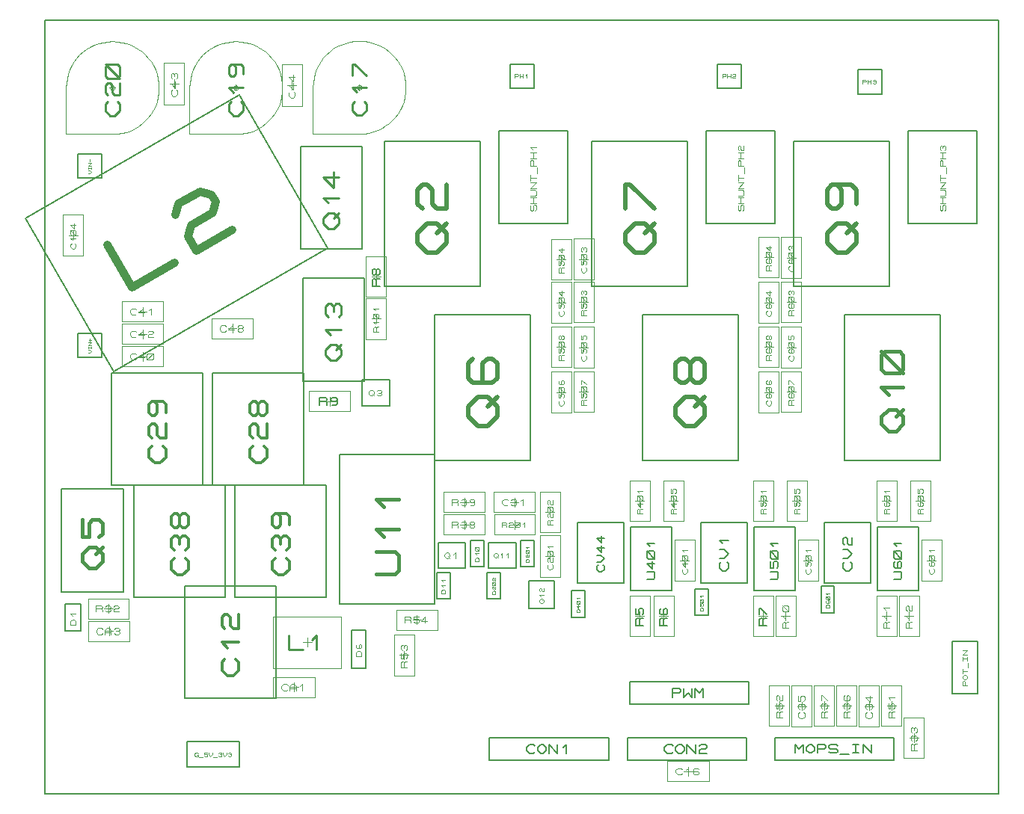
<source format=gbr>
G04 PROTEUS GERBER X2 FILE*
%TF.GenerationSoftware,Labcenter,Proteus,8.7-SP3-Build25561*%
%TF.CreationDate,2021-06-30T06:14:37+00:00*%
%TF.FileFunction,AssemblyDrawing,Top*%
%TF.FilePolarity,Positive*%
%TF.Part,Single*%
%TF.SameCoordinates,{77f9167f-24a0-473a-9e88-04ab24b8f88e}*%
%FSLAX45Y45*%
%MOMM*%
G01*
%TA.AperFunction,Profile*%
%ADD41C,0.203200*%
%TA.AperFunction,Material*%
%ADD44C,0.203200*%
%ADD108C,0.549060*%
%ADD109C,0.411790*%
%ADD110C,0.105410*%
%ADD111C,0.068580*%
%ADD112C,0.291780*%
%ADD113C,0.317500*%
%ADD114C,0.389040*%
%ADD115C,0.100530*%
%ADD116C,0.050000*%
%ADD117C,0.116250*%
%ADD118C,0.422590*%
%ADD119C,0.258330*%
%ADD120C,0.096190*%
%ADD121C,0.118750*%
%ADD122C,0.054860*%
%ADD123C,0.141000*%
%ADD124C,0.093000*%
%ADD125C,0.103290*%
%ADD126C,0.144780*%
%ADD127C,0.137160*%
%ADD128C,0.171450*%
%ADD129C,0.059690*%
%ADD130C,0.095000*%
%ADD131C,0.077470*%
%ADD132C,0.074610*%
%ADD48C,0.152400*%
%ADD133C,0.086530*%
%ADD134C,0.160020*%
%ADD135C,0.931330*%
%ADD136C,0.263750*%
%ADD137C,0.067300*%
%TD.AperFunction*%
D41*
X-1079500Y-6413500D02*
X+9715500Y-6413500D01*
X+9715500Y+2349500D01*
X-1079500Y+2349500D01*
X-1079500Y-6413500D01*
D44*
X+3329940Y-2636520D02*
X+4417060Y-2636520D01*
X+4417060Y-989330D01*
X+3329940Y-989330D01*
X+3329940Y-2636520D01*
D108*
X+3818594Y-2252175D02*
X+3708781Y-2142363D01*
X+3708781Y-2032550D01*
X+3818594Y-1922738D01*
X+3928406Y-1922738D01*
X+4038219Y-2032550D01*
X+4038219Y-2142363D01*
X+3928406Y-2252175D01*
X+3818594Y-2252175D01*
X+3928406Y-2032550D02*
X+4038219Y-1922738D01*
X+3763687Y-1483488D02*
X+3708781Y-1538394D01*
X+3708781Y-1703113D01*
X+3763687Y-1758019D01*
X+3983313Y-1758019D01*
X+4038219Y-1703113D01*
X+4038219Y-1538394D01*
X+3983313Y-1483488D01*
X+3928406Y-1483488D01*
X+3873500Y-1538394D01*
X+3873500Y-1758019D01*
D44*
X+5107940Y-668020D02*
X+6195060Y-668020D01*
X+6195060Y+979170D01*
X+5107940Y+979170D01*
X+5107940Y-668020D01*
D108*
X+5596594Y-283675D02*
X+5486781Y-173863D01*
X+5486781Y-64050D01*
X+5596594Y+45762D01*
X+5706406Y+45762D01*
X+5816219Y-64050D01*
X+5816219Y-173863D01*
X+5706406Y-283675D01*
X+5596594Y-283675D01*
X+5706406Y-64050D02*
X+5816219Y+45762D01*
X+5486781Y+210481D02*
X+5486781Y+485012D01*
X+5541687Y+485012D01*
X+5816219Y+210481D01*
D44*
X+5679440Y-2636520D02*
X+6766560Y-2636520D01*
X+6766560Y-989330D01*
X+5679440Y-989330D01*
X+5679440Y-2636520D01*
D108*
X+6168094Y-2252175D02*
X+6058281Y-2142363D01*
X+6058281Y-2032550D01*
X+6168094Y-1922738D01*
X+6277906Y-1922738D01*
X+6387719Y-2032550D01*
X+6387719Y-2142363D01*
X+6277906Y-2252175D01*
X+6168094Y-2252175D01*
X+6277906Y-2032550D02*
X+6387719Y-1922738D01*
X+6223000Y-1703113D02*
X+6168094Y-1758019D01*
X+6113187Y-1758019D01*
X+6058281Y-1703113D01*
X+6058281Y-1538394D01*
X+6113187Y-1483488D01*
X+6168094Y-1483488D01*
X+6223000Y-1538394D01*
X+6223000Y-1703113D01*
X+6277906Y-1758019D01*
X+6332813Y-1758019D01*
X+6387719Y-1703113D01*
X+6387719Y-1538394D01*
X+6332813Y-1483488D01*
X+6277906Y-1483488D01*
X+6223000Y-1538394D01*
D44*
X+7393940Y-668020D02*
X+8481060Y-668020D01*
X+8481060Y+979170D01*
X+7393940Y+979170D01*
X+7393940Y-668020D01*
D108*
X+7882594Y-283675D02*
X+7772781Y-173863D01*
X+7772781Y-64050D01*
X+7882594Y+45762D01*
X+7992406Y+45762D01*
X+8102219Y-64050D01*
X+8102219Y-173863D01*
X+7992406Y-283675D01*
X+7882594Y-283675D01*
X+7992406Y-64050D02*
X+8102219Y+45762D01*
X+7882594Y+485012D02*
X+7937500Y+430106D01*
X+7937500Y+265387D01*
X+7882594Y+210481D01*
X+7827687Y+210481D01*
X+7772781Y+265387D01*
X+7772781Y+430106D01*
X+7827687Y+485012D01*
X+8047313Y+485012D01*
X+8102219Y+430106D01*
X+8102219Y+265387D01*
D44*
X+7965440Y-2636520D02*
X+9052560Y-2636520D01*
X+9052560Y-989330D01*
X+7965440Y-989330D01*
X+7965440Y-2636520D01*
D109*
X+8467820Y-2307080D02*
X+8385461Y-2224721D01*
X+8385461Y-2142362D01*
X+8467820Y-2060003D01*
X+8550180Y-2060003D01*
X+8632539Y-2142362D01*
X+8632539Y-2224721D01*
X+8550180Y-2307080D01*
X+8467820Y-2307080D01*
X+8550180Y-2142362D02*
X+8632539Y-2060003D01*
X+8467820Y-1895284D02*
X+8385461Y-1812925D01*
X+8632539Y-1812925D01*
X+8591359Y-1648206D02*
X+8426641Y-1648206D01*
X+8385461Y-1607027D01*
X+8385461Y-1442308D01*
X+8426641Y-1401129D01*
X+8591359Y-1401129D01*
X+8632539Y-1442308D01*
X+8632539Y-1607027D01*
X+8591359Y-1648206D01*
X+8632539Y-1648206D02*
X+8385461Y-1401129D01*
D44*
X+2758440Y-668020D02*
X+3845560Y-668020D01*
X+3845560Y+979170D01*
X+2758440Y+979170D01*
X+2758440Y-668020D01*
D108*
X+3247094Y-283675D02*
X+3137281Y-173863D01*
X+3137281Y-64050D01*
X+3247094Y+45762D01*
X+3356906Y+45762D01*
X+3466719Y-64050D01*
X+3466719Y-173863D01*
X+3356906Y-283675D01*
X+3247094Y-283675D01*
X+3356906Y-64050D02*
X+3466719Y+45762D01*
X+3192187Y+210481D02*
X+3137281Y+265387D01*
X+3137281Y+430106D01*
X+3192187Y+485012D01*
X+3247094Y+485012D01*
X+3302000Y+430106D01*
X+3302000Y+265387D01*
X+3356906Y+210481D01*
X+3466719Y+210481D01*
X+3466719Y+485012D01*
D44*
X+6403340Y+44450D02*
X+7185660Y+44450D01*
X+7185660Y+1098550D01*
X+6403340Y+1098550D01*
X+6403340Y+44450D01*
D110*
X+6815582Y+192024D02*
X+6826123Y+202565D01*
X+6826123Y+244729D01*
X+6815582Y+255270D01*
X+6805041Y+255270D01*
X+6794500Y+244729D01*
X+6794500Y+202565D01*
X+6783959Y+192024D01*
X+6773418Y+192024D01*
X+6762877Y+202565D01*
X+6762877Y+244729D01*
X+6773418Y+255270D01*
X+6826123Y+276352D02*
X+6762877Y+276352D01*
X+6762877Y+339598D02*
X+6826123Y+339598D01*
X+6794500Y+276352D02*
X+6794500Y+339598D01*
X+6762877Y+360680D02*
X+6815582Y+360680D01*
X+6826123Y+371221D01*
X+6826123Y+413385D01*
X+6815582Y+423926D01*
X+6762877Y+423926D01*
X+6826123Y+445008D02*
X+6762877Y+445008D01*
X+6826123Y+508254D01*
X+6762877Y+508254D01*
X+6762877Y+529336D02*
X+6762877Y+592582D01*
X+6762877Y+560959D02*
X+6826123Y+560959D01*
X+6836664Y+613664D02*
X+6836664Y+676910D01*
X+6826123Y+697992D02*
X+6762877Y+697992D01*
X+6762877Y+750697D01*
X+6773418Y+761238D01*
X+6783959Y+761238D01*
X+6794500Y+750697D01*
X+6794500Y+697992D01*
X+6826123Y+782320D02*
X+6762877Y+782320D01*
X+6762877Y+845566D02*
X+6826123Y+845566D01*
X+6794500Y+782320D02*
X+6794500Y+845566D01*
X+6773418Y+877189D02*
X+6762877Y+887730D01*
X+6762877Y+919353D01*
X+6773418Y+929894D01*
X+6783959Y+929894D01*
X+6794500Y+919353D01*
X+6794500Y+887730D01*
X+6805041Y+877189D01*
X+6826123Y+877189D01*
X+6826123Y+929894D01*
D44*
X+8689340Y+44450D02*
X+9471660Y+44450D01*
X+9471660Y+1098550D01*
X+8689340Y+1098550D01*
X+8689340Y+44450D01*
D110*
X+9101582Y+192024D02*
X+9112123Y+202565D01*
X+9112123Y+244729D01*
X+9101582Y+255270D01*
X+9091041Y+255270D01*
X+9080500Y+244729D01*
X+9080500Y+202565D01*
X+9069959Y+192024D01*
X+9059418Y+192024D01*
X+9048877Y+202565D01*
X+9048877Y+244729D01*
X+9059418Y+255270D01*
X+9112123Y+276352D02*
X+9048877Y+276352D01*
X+9048877Y+339598D02*
X+9112123Y+339598D01*
X+9080500Y+276352D02*
X+9080500Y+339598D01*
X+9048877Y+360680D02*
X+9101582Y+360680D01*
X+9112123Y+371221D01*
X+9112123Y+413385D01*
X+9101582Y+423926D01*
X+9048877Y+423926D01*
X+9112123Y+445008D02*
X+9048877Y+445008D01*
X+9112123Y+508254D01*
X+9048877Y+508254D01*
X+9048877Y+529336D02*
X+9048877Y+592582D01*
X+9048877Y+560959D02*
X+9112123Y+560959D01*
X+9122664Y+613664D02*
X+9122664Y+676910D01*
X+9112123Y+697992D02*
X+9048877Y+697992D01*
X+9048877Y+750697D01*
X+9059418Y+761238D01*
X+9069959Y+761238D01*
X+9080500Y+750697D01*
X+9080500Y+697992D01*
X+9112123Y+782320D02*
X+9048877Y+782320D01*
X+9048877Y+845566D02*
X+9112123Y+845566D01*
X+9080500Y+782320D02*
X+9080500Y+845566D01*
X+9059418Y+877189D02*
X+9048877Y+887730D01*
X+9048877Y+919353D01*
X+9059418Y+929894D01*
X+9069959Y+929894D01*
X+9080500Y+919353D01*
X+9091041Y+929894D01*
X+9101582Y+929894D01*
X+9112123Y+919353D01*
X+9112123Y+887730D01*
X+9101582Y+877189D01*
X+9080500Y+898271D02*
X+9080500Y+919353D01*
D44*
X+4053840Y+44450D02*
X+4836160Y+44450D01*
X+4836160Y+1098550D01*
X+4053840Y+1098550D01*
X+4053840Y+44450D01*
D110*
X+4466082Y+192024D02*
X+4476623Y+202565D01*
X+4476623Y+244729D01*
X+4466082Y+255270D01*
X+4455541Y+255270D01*
X+4445000Y+244729D01*
X+4445000Y+202565D01*
X+4434459Y+192024D01*
X+4423918Y+192024D01*
X+4413377Y+202565D01*
X+4413377Y+244729D01*
X+4423918Y+255270D01*
X+4476623Y+276352D02*
X+4413377Y+276352D01*
X+4413377Y+339598D02*
X+4476623Y+339598D01*
X+4445000Y+276352D02*
X+4445000Y+339598D01*
X+4413377Y+360680D02*
X+4466082Y+360680D01*
X+4476623Y+371221D01*
X+4476623Y+413385D01*
X+4466082Y+423926D01*
X+4413377Y+423926D01*
X+4476623Y+445008D02*
X+4413377Y+445008D01*
X+4476623Y+508254D01*
X+4413377Y+508254D01*
X+4413377Y+529336D02*
X+4413377Y+592582D01*
X+4413377Y+560959D02*
X+4476623Y+560959D01*
X+4487164Y+613664D02*
X+4487164Y+676910D01*
X+4476623Y+697992D02*
X+4413377Y+697992D01*
X+4413377Y+750697D01*
X+4423918Y+761238D01*
X+4434459Y+761238D01*
X+4445000Y+750697D01*
X+4445000Y+697992D01*
X+4476623Y+782320D02*
X+4413377Y+782320D01*
X+4413377Y+845566D02*
X+4476623Y+845566D01*
X+4445000Y+782320D02*
X+4445000Y+845566D01*
X+4434459Y+887730D02*
X+4413377Y+908812D01*
X+4476623Y+908812D01*
D44*
X+4180840Y+1577340D02*
X+4455160Y+1577340D01*
X+4455160Y+1851660D01*
X+4180840Y+1851660D01*
X+4180840Y+1577340D01*
D111*
X+4235704Y+1693926D02*
X+4235704Y+1735074D01*
X+4269994Y+1735074D01*
X+4276852Y+1728216D01*
X+4276852Y+1721358D01*
X+4269994Y+1714500D01*
X+4235704Y+1714500D01*
X+4290568Y+1693926D02*
X+4290568Y+1735074D01*
X+4331716Y+1735074D02*
X+4331716Y+1693926D01*
X+4290568Y+1714500D02*
X+4331716Y+1714500D01*
X+4359148Y+1721358D02*
X+4372864Y+1735074D01*
X+4372864Y+1693926D01*
D44*
X+6530340Y+1577340D02*
X+6804660Y+1577340D01*
X+6804660Y+1851660D01*
X+6530340Y+1851660D01*
X+6530340Y+1577340D01*
D111*
X+6585204Y+1693926D02*
X+6585204Y+1735074D01*
X+6619494Y+1735074D01*
X+6626352Y+1728216D01*
X+6626352Y+1721358D01*
X+6619494Y+1714500D01*
X+6585204Y+1714500D01*
X+6640068Y+1693926D02*
X+6640068Y+1735074D01*
X+6681216Y+1735074D02*
X+6681216Y+1693926D01*
X+6640068Y+1714500D02*
X+6681216Y+1714500D01*
X+6701790Y+1728216D02*
X+6708648Y+1735074D01*
X+6729222Y+1735074D01*
X+6736080Y+1728216D01*
X+6736080Y+1721358D01*
X+6729222Y+1714500D01*
X+6708648Y+1714500D01*
X+6701790Y+1707642D01*
X+6701790Y+1693926D01*
X+6736080Y+1693926D01*
D44*
X+8117840Y+1513840D02*
X+8392160Y+1513840D01*
X+8392160Y+1788160D01*
X+8117840Y+1788160D01*
X+8117840Y+1513840D01*
D111*
X+8172704Y+1630426D02*
X+8172704Y+1671574D01*
X+8206994Y+1671574D01*
X+8213852Y+1664716D01*
X+8213852Y+1657858D01*
X+8206994Y+1651000D01*
X+8172704Y+1651000D01*
X+8227568Y+1630426D02*
X+8227568Y+1671574D01*
X+8268716Y+1671574D02*
X+8268716Y+1630426D01*
X+8227568Y+1651000D02*
X+8268716Y+1651000D01*
X+8289290Y+1664716D02*
X+8296148Y+1671574D01*
X+8316722Y+1671574D01*
X+8323580Y+1664716D01*
X+8323580Y+1657858D01*
X+8316722Y+1651000D01*
X+8323580Y+1644142D01*
X+8323580Y+1637284D01*
X+8316722Y+1630426D01*
X+8296148Y+1630426D01*
X+8289290Y+1637284D01*
X+8303006Y+1651000D02*
X+8316722Y+1651000D01*
D44*
X+1835150Y-1738630D02*
X+2533650Y-1738630D01*
X+2533650Y-571500D01*
X+1835150Y-571500D01*
X+1835150Y-1738630D01*
D112*
X+2155222Y-1505202D02*
X+2096866Y-1446846D01*
X+2096866Y-1388490D01*
X+2155222Y-1330134D01*
X+2213579Y-1330134D01*
X+2271935Y-1388490D01*
X+2271935Y-1446846D01*
X+2213579Y-1505202D01*
X+2155222Y-1505202D01*
X+2213579Y-1388490D02*
X+2271935Y-1330134D01*
X+2155222Y-1213421D02*
X+2096866Y-1155065D01*
X+2271935Y-1155065D01*
X+2126044Y-1009174D02*
X+2096866Y-979996D01*
X+2096866Y-892462D01*
X+2126044Y-863284D01*
X+2155222Y-863284D01*
X+2184400Y-892462D01*
X+2213579Y-863284D01*
X+2242757Y-863284D01*
X+2271935Y-892462D01*
X+2271935Y-979996D01*
X+2242757Y-1009174D01*
X+2184400Y-950818D02*
X+2184400Y-892462D01*
D44*
X+1809750Y-246380D02*
X+2508250Y-246380D01*
X+2508250Y+920750D01*
X+1809750Y+920750D01*
X+1809750Y-246380D01*
D112*
X+2129822Y-12952D02*
X+2071466Y+45404D01*
X+2071466Y+103760D01*
X+2129822Y+162116D01*
X+2188179Y+162116D01*
X+2246535Y+103760D01*
X+2246535Y+45404D01*
X+2188179Y-12952D01*
X+2129822Y-12952D01*
X+2188179Y+103760D02*
X+2246535Y+162116D01*
X+2129822Y+278829D02*
X+2071466Y+337185D01*
X+2246535Y+337185D01*
X+2188179Y+628966D02*
X+2188179Y+453898D01*
X+2071466Y+570610D01*
X+2246535Y+570610D01*
D44*
X+815340Y-2921000D02*
X+1851660Y-2921000D01*
X+1851660Y-1651000D01*
X+815340Y-1651000D01*
X+815340Y-2921000D01*
D113*
X+1397000Y-2476500D02*
X+1428750Y-2508250D01*
X+1428750Y-2603500D01*
X+1365250Y-2667000D01*
X+1301750Y-2667000D01*
X+1238250Y-2603500D01*
X+1238250Y-2508250D01*
X+1270000Y-2476500D01*
X+1270000Y-2381250D02*
X+1238250Y-2349500D01*
X+1238250Y-2254250D01*
X+1270000Y-2222500D01*
X+1301750Y-2222500D01*
X+1333500Y-2254250D01*
X+1333500Y-2349500D01*
X+1365250Y-2381250D01*
X+1428750Y-2381250D01*
X+1428750Y-2222500D01*
X+1333500Y-2095500D02*
X+1301750Y-2127250D01*
X+1270000Y-2127250D01*
X+1238250Y-2095500D01*
X+1238250Y-2000250D01*
X+1270000Y-1968500D01*
X+1301750Y-1968500D01*
X+1333500Y-2000250D01*
X+1333500Y-2095500D01*
X+1365250Y-2127250D01*
X+1397000Y-2127250D01*
X+1428750Y-2095500D01*
X+1428750Y-2000250D01*
X+1397000Y-1968500D01*
X+1365250Y-1968500D01*
X+1333500Y-2000250D01*
D44*
X-327660Y-2921000D02*
X+708660Y-2921000D01*
X+708660Y-1651000D01*
X-327660Y-1651000D01*
X-327660Y-2921000D01*
D113*
X+254000Y-2476500D02*
X+285750Y-2508250D01*
X+285750Y-2603500D01*
X+222250Y-2667000D01*
X+158750Y-2667000D01*
X+95250Y-2603500D01*
X+95250Y-2508250D01*
X+127000Y-2476500D01*
X+127000Y-2381250D02*
X+95250Y-2349500D01*
X+95250Y-2254250D01*
X+127000Y-2222500D01*
X+158750Y-2222500D01*
X+190500Y-2254250D01*
X+190500Y-2349500D01*
X+222250Y-2381250D01*
X+285750Y-2381250D01*
X+285750Y-2222500D01*
X+158750Y-1968500D02*
X+190500Y-2000250D01*
X+190500Y-2095500D01*
X+158750Y-2127250D01*
X+127000Y-2127250D01*
X+95250Y-2095500D01*
X+95250Y-2000250D01*
X+127000Y-1968500D01*
X+254000Y-1968500D01*
X+285750Y-2000250D01*
X+285750Y-2095500D01*
D44*
X-895350Y-4127500D02*
X-196850Y-4127500D01*
X-196850Y-2960370D01*
X-895350Y-2960370D01*
X-895350Y-4127500D01*
D114*
X-585004Y-3855169D02*
X-662813Y-3777361D01*
X-662813Y-3699552D01*
X-585004Y-3621744D01*
X-507196Y-3621744D01*
X-429387Y-3699552D01*
X-429387Y-3777361D01*
X-507196Y-3855169D01*
X-585004Y-3855169D01*
X-507196Y-3699552D02*
X-429387Y-3621744D01*
X-662813Y-3310510D02*
X-662813Y-3505031D01*
X-585004Y-3505031D01*
X-585004Y-3349414D01*
X-546100Y-3310510D01*
X-468291Y-3310510D01*
X-429387Y-3349414D01*
X-429387Y-3466127D01*
X-468291Y-3505031D01*
D44*
X-852160Y-4568800D02*
X-671840Y-4568800D01*
X-671840Y-4267200D01*
X-852160Y-4267200D01*
X-852160Y-4568800D01*
D115*
X-731840Y-4498426D02*
X-792160Y-4498426D01*
X-792160Y-4458213D01*
X-772053Y-4438107D01*
X-751947Y-4438107D01*
X-731840Y-4458213D01*
X-731840Y-4498426D01*
X-772053Y-4397894D02*
X-792160Y-4377787D01*
X-731840Y-4377787D01*
D116*
X-593000Y-4433000D02*
X-133000Y-4433000D01*
X-133000Y-4203000D01*
X-593000Y-4203000D01*
X-593000Y-4433000D01*
X-363000Y-4268000D02*
X-363000Y-4368000D01*
X-313000Y-4318000D02*
X-413000Y-4318000D01*
D117*
X-502500Y-4352875D02*
X-502500Y-4283125D01*
X-444375Y-4283125D01*
X-432750Y-4294750D01*
X-432750Y-4306375D01*
X-444375Y-4318000D01*
X-502500Y-4318000D01*
X-444375Y-4318000D02*
X-432750Y-4329625D01*
X-432750Y-4352875D01*
X-397875Y-4294750D02*
X-386250Y-4283125D01*
X-351375Y-4283125D01*
X-339750Y-4294750D01*
X-339750Y-4306375D01*
X-351375Y-4318000D01*
X-339750Y-4329625D01*
X-339750Y-4341250D01*
X-351375Y-4352875D01*
X-386250Y-4352875D01*
X-397875Y-4341250D01*
X-374625Y-4318000D02*
X-351375Y-4318000D01*
X-304875Y-4294750D02*
X-293250Y-4283125D01*
X-258375Y-4283125D01*
X-246750Y-4294750D01*
X-246750Y-4306375D01*
X-258375Y-4318000D01*
X-293250Y-4318000D01*
X-304875Y-4329625D01*
X-304875Y-4352875D01*
X-246750Y-4352875D01*
D44*
X-73660Y-4191000D02*
X+962660Y-4191000D01*
X+962660Y-2921000D01*
X-73660Y-2921000D01*
X-73660Y-4191000D01*
D113*
X+508000Y-3746500D02*
X+539750Y-3778250D01*
X+539750Y-3873500D01*
X+476250Y-3937000D01*
X+412750Y-3937000D01*
X+349250Y-3873500D01*
X+349250Y-3778250D01*
X+381000Y-3746500D01*
X+381000Y-3651250D02*
X+349250Y-3619500D01*
X+349250Y-3524250D01*
X+381000Y-3492500D01*
X+412750Y-3492500D01*
X+444500Y-3524250D01*
X+476250Y-3492500D01*
X+508000Y-3492500D01*
X+539750Y-3524250D01*
X+539750Y-3619500D01*
X+508000Y-3651250D01*
X+444500Y-3587750D02*
X+444500Y-3524250D01*
X+444500Y-3365500D02*
X+412750Y-3397250D01*
X+381000Y-3397250D01*
X+349250Y-3365500D01*
X+349250Y-3270250D01*
X+381000Y-3238500D01*
X+412750Y-3238500D01*
X+444500Y-3270250D01*
X+444500Y-3365500D01*
X+476250Y-3397250D01*
X+508000Y-3397250D01*
X+539750Y-3365500D01*
X+539750Y-3270250D01*
X+508000Y-3238500D01*
X+476250Y-3238500D01*
X+444500Y-3270250D01*
D44*
X+2256790Y-4260850D02*
X+3331210Y-4260850D01*
X+3331210Y-2570480D01*
X+2256790Y-2570480D01*
X+2256790Y-4260850D01*
D118*
X+2667223Y-3922774D02*
X+2878519Y-3922774D01*
X+2920778Y-3880515D01*
X+2920778Y-3711479D01*
X+2878519Y-3669220D01*
X+2667223Y-3669220D01*
X+2751741Y-3500183D02*
X+2667223Y-3415665D01*
X+2920778Y-3415665D01*
X+2751741Y-3162110D02*
X+2667223Y-3077592D01*
X+2920778Y-3077592D01*
D116*
X+2272500Y-4409000D02*
X+1502500Y-4409000D01*
X+1502500Y-4989000D01*
X+2272500Y-4989000D01*
X+2272500Y-4409000D01*
X+1887500Y-4749000D02*
X+1887500Y-4649000D01*
X+1837500Y-4699000D02*
X+1937500Y-4699000D01*
D119*
X+1680834Y-4621500D02*
X+1680834Y-4776500D01*
X+1835833Y-4776500D01*
X+1939166Y-4673167D02*
X+1990833Y-4621500D01*
X+1990833Y-4776500D01*
D44*
X+2389677Y-4990787D02*
X+2549997Y-4990787D01*
X+2549997Y-4561887D01*
X+2389677Y-4561887D01*
X+2389677Y-4990787D01*
D120*
X+2498695Y-4853290D02*
X+2440980Y-4853290D01*
X+2440980Y-4814814D01*
X+2460218Y-4795576D01*
X+2479457Y-4795576D01*
X+2498695Y-4814814D01*
X+2498695Y-4853290D01*
X+2450599Y-4718623D02*
X+2440980Y-4728242D01*
X+2440980Y-4757099D01*
X+2450599Y-4766718D01*
X+2489076Y-4766718D01*
X+2498695Y-4757099D01*
X+2498695Y-4728242D01*
X+2489076Y-4718623D01*
X+2479457Y-4718623D01*
X+2469837Y-4728242D01*
X+2469837Y-4766718D01*
D44*
X+1069340Y-4191000D02*
X+2105660Y-4191000D01*
X+2105660Y-2921000D01*
X+1069340Y-2921000D01*
X+1069340Y-4191000D01*
D113*
X+1651000Y-3746500D02*
X+1682750Y-3778250D01*
X+1682750Y-3873500D01*
X+1619250Y-3937000D01*
X+1555750Y-3937000D01*
X+1492250Y-3873500D01*
X+1492250Y-3778250D01*
X+1524000Y-3746500D01*
X+1524000Y-3651250D02*
X+1492250Y-3619500D01*
X+1492250Y-3524250D01*
X+1524000Y-3492500D01*
X+1555750Y-3492500D01*
X+1587500Y-3524250D01*
X+1619250Y-3492500D01*
X+1651000Y-3492500D01*
X+1682750Y-3524250D01*
X+1682750Y-3619500D01*
X+1651000Y-3651250D01*
X+1587500Y-3587750D02*
X+1587500Y-3524250D01*
X+1555750Y-3238500D02*
X+1587500Y-3270250D01*
X+1587500Y-3365500D01*
X+1555750Y-3397250D01*
X+1524000Y-3397250D01*
X+1492250Y-3365500D01*
X+1492250Y-3270250D01*
X+1524000Y-3238500D01*
X+1651000Y-3238500D01*
X+1682750Y-3270250D01*
X+1682750Y-3365500D01*
D116*
X-593000Y-4687000D02*
X-123000Y-4687000D01*
X-123000Y-4457000D01*
X-593000Y-4457000D01*
X-593000Y-4687000D01*
X-358000Y-4522000D02*
X-358000Y-4622000D01*
X-308000Y-4572000D02*
X-408000Y-4572000D01*
D121*
X-429250Y-4595750D02*
X-441125Y-4607625D01*
X-476750Y-4607625D01*
X-500500Y-4583875D01*
X-500500Y-4560125D01*
X-476750Y-4536375D01*
X-441125Y-4536375D01*
X-429250Y-4548250D01*
X-405500Y-4607625D02*
X-405500Y-4560125D01*
X-381750Y-4536375D01*
X-358000Y-4536375D01*
X-334250Y-4560125D01*
X-334250Y-4607625D01*
X-405500Y-4583875D02*
X-334250Y-4583875D01*
X-298625Y-4548250D02*
X-286750Y-4536375D01*
X-251125Y-4536375D01*
X-239250Y-4548250D01*
X-239250Y-4560125D01*
X-251125Y-4572000D01*
X-239250Y-4583875D01*
X-239250Y-4595750D01*
X-251125Y-4607625D01*
X-286750Y-4607625D01*
X-298625Y-4595750D01*
X-274875Y-4572000D02*
X-251125Y-4572000D01*
D116*
X+2869500Y-4614000D02*
X+2869500Y-5074000D01*
X+3099500Y-5074000D01*
X+3099500Y-4614000D01*
X+2869500Y-4614000D01*
X+3034500Y-4844000D02*
X+2934500Y-4844000D01*
X+2984500Y-4894000D02*
X+2984500Y-4794000D01*
D117*
X+3019375Y-4983500D02*
X+2949625Y-4983500D01*
X+2949625Y-4925375D01*
X+2961250Y-4913750D01*
X+2972875Y-4913750D01*
X+2984500Y-4925375D01*
X+2984500Y-4983500D01*
X+2984500Y-4925375D02*
X+2996125Y-4913750D01*
X+3019375Y-4913750D01*
X+2949625Y-4820750D02*
X+2949625Y-4878875D01*
X+2972875Y-4878875D01*
X+2972875Y-4832375D01*
X+2984500Y-4820750D01*
X+3007750Y-4820750D01*
X+3019375Y-4832375D01*
X+3019375Y-4867250D01*
X+3007750Y-4878875D01*
X+2961250Y-4785875D02*
X+2949625Y-4774250D01*
X+2949625Y-4739375D01*
X+2961250Y-4727750D01*
X+2972875Y-4727750D01*
X+2984500Y-4739375D01*
X+2996125Y-4727750D01*
X+3007750Y-4727750D01*
X+3019375Y-4739375D01*
X+3019375Y-4774250D01*
X+3007750Y-4785875D01*
X+2984500Y-4762625D02*
X+2984500Y-4739375D01*
D116*
X+3359500Y-4330000D02*
X+2899500Y-4330000D01*
X+2899500Y-4560000D01*
X+3359500Y-4560000D01*
X+3359500Y-4330000D01*
X+3129500Y-4495000D02*
X+3129500Y-4395000D01*
X+3079500Y-4445000D02*
X+3179500Y-4445000D01*
D117*
X+2990000Y-4479875D02*
X+2990000Y-4410125D01*
X+3048125Y-4410125D01*
X+3059750Y-4421750D01*
X+3059750Y-4433375D01*
X+3048125Y-4445000D01*
X+2990000Y-4445000D01*
X+3048125Y-4445000D02*
X+3059750Y-4456625D01*
X+3059750Y-4479875D01*
X+3152750Y-4410125D02*
X+3094625Y-4410125D01*
X+3094625Y-4433375D01*
X+3141125Y-4433375D01*
X+3152750Y-4445000D01*
X+3152750Y-4468250D01*
X+3141125Y-4479875D01*
X+3106250Y-4479875D01*
X+3094625Y-4468250D01*
X+3245750Y-4456625D02*
X+3176000Y-4456625D01*
X+3222500Y-4410125D01*
X+3222500Y-4479875D01*
D116*
X+258000Y-1345500D02*
X-212000Y-1345500D01*
X-212000Y-1575500D01*
X+258000Y-1575500D01*
X+258000Y-1345500D01*
X+23000Y-1510500D02*
X+23000Y-1410500D01*
X-27000Y-1460500D02*
X+73000Y-1460500D01*
D121*
X-48250Y-1484250D02*
X-60125Y-1496125D01*
X-95750Y-1496125D01*
X-119500Y-1472375D01*
X-119500Y-1448625D01*
X-95750Y-1424875D01*
X-60125Y-1424875D01*
X-48250Y-1436750D01*
X+46750Y-1472375D02*
X-24500Y-1472375D01*
X+23000Y-1424875D01*
X+23000Y-1496125D01*
X+70500Y-1484250D02*
X+70500Y-1436750D01*
X+82375Y-1424875D01*
X+129875Y-1424875D01*
X+141750Y-1436750D01*
X+141750Y-1484250D01*
X+129875Y-1496125D01*
X+82375Y-1496125D01*
X+70500Y-1484250D01*
X+70500Y-1496125D02*
X+141750Y-1424875D01*
D116*
X+258000Y-837500D02*
X-212000Y-837500D01*
X-212000Y-1067500D01*
X+258000Y-1067500D01*
X+258000Y-837500D01*
X+23000Y-1002500D02*
X+23000Y-902500D01*
X-27000Y-952500D02*
X+73000Y-952500D01*
D121*
X-48250Y-976250D02*
X-60125Y-988125D01*
X-95750Y-988125D01*
X-119500Y-964375D01*
X-119500Y-940625D01*
X-95750Y-916875D01*
X-60125Y-916875D01*
X-48250Y-928750D01*
X+46750Y-964375D02*
X-24500Y-964375D01*
X+23000Y-916875D01*
X+23000Y-988125D01*
X+94250Y-940625D02*
X+118000Y-916875D01*
X+118000Y-988125D01*
D116*
X+258000Y-1091500D02*
X-212000Y-1091500D01*
X-212000Y-1321500D01*
X+258000Y-1321500D01*
X+258000Y-1091500D01*
X+23000Y-1256500D02*
X+23000Y-1156500D01*
X-27000Y-1206500D02*
X+73000Y-1206500D01*
D121*
X-48250Y-1230250D02*
X-60125Y-1242125D01*
X-95750Y-1242125D01*
X-119500Y-1218375D01*
X-119500Y-1194625D01*
X-95750Y-1170875D01*
X-60125Y-1170875D01*
X-48250Y-1182750D01*
X+46750Y-1218375D02*
X-24500Y-1218375D01*
X+23000Y-1170875D01*
X+23000Y-1242125D01*
X+82375Y-1182750D02*
X+94250Y-1170875D01*
X+129875Y-1170875D01*
X+141750Y-1182750D01*
X+141750Y-1194625D01*
X+129875Y-1206500D01*
X+94250Y-1206500D01*
X+82375Y-1218375D01*
X+82375Y-1242125D01*
X+141750Y-1242125D01*
D116*
X+266000Y+1863000D02*
X+266000Y+1393000D01*
X+496000Y+1393000D01*
X+496000Y+1863000D01*
X+266000Y+1863000D01*
X+431000Y+1628000D02*
X+331000Y+1628000D01*
X+381000Y+1578000D02*
X+381000Y+1678000D01*
D121*
X+404750Y+1556750D02*
X+416625Y+1544875D01*
X+416625Y+1509250D01*
X+392875Y+1485500D01*
X+369125Y+1485500D01*
X+345375Y+1509250D01*
X+345375Y+1544875D01*
X+357250Y+1556750D01*
X+392875Y+1651750D02*
X+392875Y+1580500D01*
X+345375Y+1628000D01*
X+416625Y+1628000D01*
X+357250Y+1687375D02*
X+345375Y+1699250D01*
X+345375Y+1734875D01*
X+357250Y+1746750D01*
X+369125Y+1746750D01*
X+381000Y+1734875D01*
X+392875Y+1746750D01*
X+404750Y+1746750D01*
X+416625Y+1734875D01*
X+416625Y+1699250D01*
X+404750Y+1687375D01*
X+381000Y+1711125D02*
X+381000Y+1734875D01*
D116*
X+1599500Y+1845500D02*
X+1599500Y+1375500D01*
X+1829500Y+1375500D01*
X+1829500Y+1845500D01*
X+1599500Y+1845500D01*
X+1764500Y+1610500D02*
X+1664500Y+1610500D01*
X+1714500Y+1560500D02*
X+1714500Y+1660500D01*
D121*
X+1738250Y+1539250D02*
X+1750125Y+1527375D01*
X+1750125Y+1491750D01*
X+1726375Y+1468000D01*
X+1702625Y+1468000D01*
X+1678875Y+1491750D01*
X+1678875Y+1527375D01*
X+1690750Y+1539250D01*
X+1726375Y+1634250D02*
X+1726375Y+1563000D01*
X+1678875Y+1610500D01*
X+1750125Y+1610500D01*
X+1726375Y+1729250D02*
X+1726375Y+1658000D01*
X+1678875Y+1705500D01*
X+1750125Y+1705500D01*
D116*
X+804000Y-1258000D02*
X+1274000Y-1258000D01*
X+1274000Y-1028000D01*
X+804000Y-1028000D01*
X+804000Y-1258000D01*
X+1039000Y-1093000D02*
X+1039000Y-1193000D01*
X+1089000Y-1143000D02*
X+989000Y-1143000D01*
D121*
X+967750Y-1166750D02*
X+955875Y-1178625D01*
X+920250Y-1178625D01*
X+896500Y-1154875D01*
X+896500Y-1131125D01*
X+920250Y-1107375D01*
X+955875Y-1107375D01*
X+967750Y-1119250D01*
X+1062750Y-1154875D02*
X+991500Y-1154875D01*
X+1039000Y-1107375D01*
X+1039000Y-1178625D01*
X+1110250Y-1143000D02*
X+1098375Y-1131125D01*
X+1098375Y-1119250D01*
X+1110250Y-1107375D01*
X+1145875Y-1107375D01*
X+1157750Y-1119250D01*
X+1157750Y-1131125D01*
X+1145875Y-1143000D01*
X+1110250Y-1143000D01*
X+1098375Y-1154875D01*
X+1098375Y-1166750D01*
X+1110250Y-1178625D01*
X+1145875Y-1178625D01*
X+1157750Y-1166750D01*
X+1157750Y-1154875D01*
X+1145875Y-1143000D01*
D44*
X-708660Y+561340D02*
X-434340Y+561340D01*
X-434340Y+835660D01*
X-708660Y+835660D01*
X-708660Y+561340D01*
D122*
X-587959Y+610718D02*
X-571500Y+610718D01*
X-555040Y+627177D01*
X-571500Y+643636D01*
X-587959Y+643636D01*
X-587959Y+660095D02*
X-587959Y+682040D01*
X-587959Y+671068D02*
X-555040Y+671068D01*
X-555040Y+660095D02*
X-555040Y+682040D01*
X-555040Y+698500D02*
X-587959Y+698500D01*
X-555040Y+731418D01*
X-587959Y+731418D01*
X-571500Y+747877D02*
X-571500Y+775309D01*
D44*
X-708660Y-1470660D02*
X-434340Y-1470660D01*
X-434340Y-1196340D01*
X-708660Y-1196340D01*
X-708660Y-1470660D01*
D122*
X-587959Y-1421282D02*
X-571500Y-1421282D01*
X-555040Y-1404823D01*
X-571500Y-1388364D01*
X-587959Y-1388364D01*
X-587959Y-1371905D02*
X-587959Y-1349960D01*
X-587959Y-1360932D02*
X-555040Y-1360932D01*
X-555040Y-1371905D02*
X-555040Y-1349960D01*
X-555040Y-1333500D02*
X-587959Y-1333500D01*
X-555040Y-1300582D01*
X-587959Y-1300582D01*
X-571500Y-1289609D02*
X-571500Y-1256691D01*
X-582472Y-1273150D02*
X-560527Y-1273150D01*
D116*
X+2782000Y-783500D02*
X+2782000Y-323500D01*
X+2552000Y-323500D01*
X+2552000Y-783500D01*
X+2782000Y-783500D01*
X+2617000Y-553500D02*
X+2717000Y-553500D01*
X+2667000Y-503500D02*
X+2667000Y-603500D01*
D123*
X+2709300Y-666300D02*
X+2624700Y-666300D01*
X+2624700Y-595800D01*
X+2638800Y-581700D01*
X+2652900Y-581700D01*
X+2667000Y-595800D01*
X+2667000Y-666300D01*
X+2667000Y-595800D02*
X+2681100Y-581700D01*
X+2709300Y-581700D01*
X+2667000Y-525300D02*
X+2652900Y-539400D01*
X+2638800Y-539400D01*
X+2624700Y-525300D01*
X+2624700Y-483000D01*
X+2638800Y-468900D01*
X+2652900Y-468900D01*
X+2667000Y-483000D01*
X+2667000Y-525300D01*
X+2681100Y-539400D01*
X+2695200Y-539400D01*
X+2709300Y-525300D01*
X+2709300Y-483000D01*
X+2695200Y-468900D01*
X+2681100Y-468900D01*
X+2667000Y-483000D01*
D116*
X+2371000Y-1853500D02*
X+1911000Y-1853500D01*
X+1911000Y-2083500D01*
X+2371000Y-2083500D01*
X+2371000Y-1853500D01*
X+2141000Y-2018500D02*
X+2141000Y-1918500D01*
X+2091000Y-1968500D02*
X+2191000Y-1968500D01*
D123*
X+2028200Y-2010800D02*
X+2028200Y-1926200D01*
X+2098700Y-1926200D01*
X+2112800Y-1940300D01*
X+2112800Y-1954400D01*
X+2098700Y-1968500D01*
X+2028200Y-1968500D01*
X+2098700Y-1968500D02*
X+2112800Y-1982600D01*
X+2112800Y-2010800D01*
X+2225600Y-1954400D02*
X+2211500Y-1968500D01*
X+2169200Y-1968500D01*
X+2155100Y-1954400D01*
X+2155100Y-1940300D01*
X+2169200Y-1926200D01*
X+2211500Y-1926200D01*
X+2225600Y-1940300D01*
X+2225600Y-1996700D01*
X+2211500Y-2010800D01*
X+2169200Y-2010800D01*
D116*
X+2782000Y-1264000D02*
X+2782000Y-804000D01*
X+2552000Y-804000D01*
X+2552000Y-1264000D01*
X+2782000Y-1264000D01*
X+2617000Y-1034000D02*
X+2717000Y-1034000D01*
X+2667000Y-984000D02*
X+2667000Y-1084000D01*
D124*
X+2694900Y-1182800D02*
X+2639100Y-1182800D01*
X+2639100Y-1136300D01*
X+2648400Y-1127000D01*
X+2657700Y-1127000D01*
X+2667000Y-1136300D01*
X+2667000Y-1182800D01*
X+2667000Y-1136300D02*
X+2676300Y-1127000D01*
X+2694900Y-1127000D01*
X+2657700Y-1089800D02*
X+2639100Y-1071200D01*
X+2694900Y-1071200D01*
X+2685600Y-1034000D02*
X+2648400Y-1034000D01*
X+2639100Y-1024700D01*
X+2639100Y-987500D01*
X+2648400Y-978200D01*
X+2685600Y-978200D01*
X+2694900Y-987500D01*
X+2694900Y-1024700D01*
X+2685600Y-1034000D01*
X+2694900Y-1034000D02*
X+2639100Y-978200D01*
X+2657700Y-941000D02*
X+2639100Y-922400D01*
X+2694900Y-922400D01*
D44*
X+2512060Y-2019300D02*
X+2821940Y-2019300D01*
X+2821940Y-1727200D01*
X+2512060Y-1727200D01*
X+2512060Y-2019300D01*
D125*
X+2584366Y-1862921D02*
X+2605024Y-1842262D01*
X+2625683Y-1842262D01*
X+2646341Y-1862921D01*
X+2646341Y-1883579D01*
X+2625683Y-1904238D01*
X+2605024Y-1904238D01*
X+2584366Y-1883579D01*
X+2584366Y-1862921D01*
X+2625683Y-1883579D02*
X+2646341Y-1904238D01*
X+2677329Y-1852591D02*
X+2687658Y-1842262D01*
X+2718646Y-1842262D01*
X+2728975Y-1852591D01*
X+2728975Y-1862921D01*
X+2718646Y-1873250D01*
X+2728975Y-1883579D01*
X+2728975Y-1893909D01*
X+2718646Y-1904238D01*
X+2687658Y-1904238D01*
X+2677329Y-1893909D01*
X+2697987Y-1873250D02*
X+2718646Y-1873250D01*
D116*
X+1972500Y-5092000D02*
X+1502500Y-5092000D01*
X+1502500Y-5322000D01*
X+1972500Y-5322000D01*
X+1972500Y-5092000D01*
X+1737500Y-5257000D02*
X+1737500Y-5157000D01*
X+1687500Y-5207000D02*
X+1787500Y-5207000D01*
D121*
X+1666250Y-5230750D02*
X+1654375Y-5242625D01*
X+1618750Y-5242625D01*
X+1595000Y-5218875D01*
X+1595000Y-5195125D01*
X+1618750Y-5171375D01*
X+1654375Y-5171375D01*
X+1666250Y-5183250D01*
X+1690000Y-5242625D02*
X+1690000Y-5195125D01*
X+1713750Y-5171375D01*
X+1737500Y-5171375D01*
X+1761250Y-5195125D01*
X+1761250Y-5242625D01*
X+1690000Y-5218875D02*
X+1761250Y-5218875D01*
X+1808750Y-5195125D02*
X+1832500Y-5171375D01*
X+1832500Y-5242625D01*
D116*
X+5917500Y-2863500D02*
X+5917500Y-3323500D01*
X+6147500Y-3323500D01*
X+6147500Y-2863500D01*
X+5917500Y-2863500D01*
X+6082500Y-3093500D02*
X+5982500Y-3093500D01*
X+6032500Y-3143500D02*
X+6032500Y-3043500D01*
D124*
X+6060400Y-3242300D02*
X+6004600Y-3242300D01*
X+6004600Y-3195800D01*
X+6013900Y-3186500D01*
X+6023200Y-3186500D01*
X+6032500Y-3195800D01*
X+6032500Y-3242300D01*
X+6032500Y-3195800D02*
X+6041800Y-3186500D01*
X+6060400Y-3186500D01*
X+6041800Y-3112100D02*
X+6041800Y-3167900D01*
X+6004600Y-3130700D01*
X+6060400Y-3130700D01*
X+6051100Y-3093500D02*
X+6013900Y-3093500D01*
X+6004600Y-3084200D01*
X+6004600Y-3047000D01*
X+6013900Y-3037700D01*
X+6051100Y-3037700D01*
X+6060400Y-3047000D01*
X+6060400Y-3084200D01*
X+6051100Y-3093500D01*
X+6060400Y-3093500D02*
X+6004600Y-3037700D01*
X+6004600Y-2963300D02*
X+6004600Y-3009800D01*
X+6023200Y-3009800D01*
X+6023200Y-2972600D01*
X+6032500Y-2963300D01*
X+6051100Y-2963300D01*
X+6060400Y-2972600D01*
X+6060400Y-3000500D01*
X+6051100Y-3009800D01*
D116*
X+5536500Y-2863500D02*
X+5536500Y-3323500D01*
X+5766500Y-3323500D01*
X+5766500Y-2863500D01*
X+5536500Y-2863500D01*
X+5701500Y-3093500D02*
X+5601500Y-3093500D01*
X+5651500Y-3143500D02*
X+5651500Y-3043500D01*
D124*
X+5679400Y-3242300D02*
X+5623600Y-3242300D01*
X+5623600Y-3195800D01*
X+5632900Y-3186500D01*
X+5642200Y-3186500D01*
X+5651500Y-3195800D01*
X+5651500Y-3242300D01*
X+5651500Y-3195800D02*
X+5660800Y-3186500D01*
X+5679400Y-3186500D01*
X+5660800Y-3112100D02*
X+5660800Y-3167900D01*
X+5623600Y-3130700D01*
X+5679400Y-3130700D01*
X+5670100Y-3093500D02*
X+5632900Y-3093500D01*
X+5623600Y-3084200D01*
X+5623600Y-3047000D01*
X+5632900Y-3037700D01*
X+5670100Y-3037700D01*
X+5679400Y-3047000D01*
X+5679400Y-3084200D01*
X+5670100Y-3093500D01*
X+5679400Y-3093500D02*
X+5623600Y-3037700D01*
X+5642200Y-3000500D02*
X+5623600Y-2981900D01*
X+5679400Y-2981900D01*
D44*
X+5544820Y-4114800D02*
X+6012180Y-4114800D01*
X+6012180Y-3390900D01*
X+5544820Y-3390900D01*
X+5544820Y-4114800D01*
D126*
X+5735066Y-3984498D02*
X+5807456Y-3984498D01*
X+5821934Y-3970020D01*
X+5821934Y-3912108D01*
X+5807456Y-3897630D01*
X+5735066Y-3897630D01*
X+5792978Y-3781806D02*
X+5792978Y-3868674D01*
X+5735066Y-3810762D01*
X+5821934Y-3810762D01*
X+5807456Y-3752850D02*
X+5749544Y-3752850D01*
X+5735066Y-3738372D01*
X+5735066Y-3680460D01*
X+5749544Y-3665982D01*
X+5807456Y-3665982D01*
X+5821934Y-3680460D01*
X+5821934Y-3738372D01*
X+5807456Y-3752850D01*
X+5821934Y-3752850D02*
X+5735066Y-3665982D01*
X+5764022Y-3608070D02*
X+5735066Y-3579114D01*
X+5821934Y-3579114D01*
D44*
X+6941820Y-4114800D02*
X+7409180Y-4114800D01*
X+7409180Y-3390900D01*
X+6941820Y-3390900D01*
X+6941820Y-4114800D01*
D126*
X+7132066Y-3984498D02*
X+7204456Y-3984498D01*
X+7218934Y-3970020D01*
X+7218934Y-3912108D01*
X+7204456Y-3897630D01*
X+7132066Y-3897630D01*
X+7132066Y-3781806D02*
X+7132066Y-3854196D01*
X+7161022Y-3854196D01*
X+7161022Y-3796284D01*
X+7175500Y-3781806D01*
X+7204456Y-3781806D01*
X+7218934Y-3796284D01*
X+7218934Y-3839718D01*
X+7204456Y-3854196D01*
X+7204456Y-3752850D02*
X+7146544Y-3752850D01*
X+7132066Y-3738372D01*
X+7132066Y-3680460D01*
X+7146544Y-3665982D01*
X+7204456Y-3665982D01*
X+7218934Y-3680460D01*
X+7218934Y-3738372D01*
X+7204456Y-3752850D01*
X+7218934Y-3752850D02*
X+7132066Y-3665982D01*
X+7161022Y-3608070D02*
X+7132066Y-3579114D01*
X+7218934Y-3579114D01*
D44*
X+8338820Y-4114800D02*
X+8806180Y-4114800D01*
X+8806180Y-3390900D01*
X+8338820Y-3390900D01*
X+8338820Y-4114800D01*
D126*
X+8529066Y-3984498D02*
X+8601456Y-3984498D01*
X+8615934Y-3970020D01*
X+8615934Y-3912108D01*
X+8601456Y-3897630D01*
X+8529066Y-3897630D01*
X+8543544Y-3781806D02*
X+8529066Y-3796284D01*
X+8529066Y-3839718D01*
X+8543544Y-3854196D01*
X+8601456Y-3854196D01*
X+8615934Y-3839718D01*
X+8615934Y-3796284D01*
X+8601456Y-3781806D01*
X+8586978Y-3781806D01*
X+8572500Y-3796284D01*
X+8572500Y-3854196D01*
X+8601456Y-3752850D02*
X+8543544Y-3752850D01*
X+8529066Y-3738372D01*
X+8529066Y-3680460D01*
X+8543544Y-3665982D01*
X+8601456Y-3665982D01*
X+8615934Y-3680460D01*
X+8615934Y-3738372D01*
X+8601456Y-3752850D01*
X+8615934Y-3752850D02*
X+8529066Y-3665982D01*
X+8558022Y-3608070D02*
X+8529066Y-3579114D01*
X+8615934Y-3579114D01*
D116*
X+6933500Y-2863500D02*
X+6933500Y-3323500D01*
X+7163500Y-3323500D01*
X+7163500Y-2863500D01*
X+6933500Y-2863500D01*
X+7098500Y-3093500D02*
X+6998500Y-3093500D01*
X+7048500Y-3143500D02*
X+7048500Y-3043500D01*
D124*
X+7076400Y-3242300D02*
X+7020600Y-3242300D01*
X+7020600Y-3195800D01*
X+7029900Y-3186500D01*
X+7039200Y-3186500D01*
X+7048500Y-3195800D01*
X+7048500Y-3242300D01*
X+7048500Y-3195800D02*
X+7057800Y-3186500D01*
X+7076400Y-3186500D01*
X+7020600Y-3112100D02*
X+7020600Y-3158600D01*
X+7039200Y-3158600D01*
X+7039200Y-3121400D01*
X+7048500Y-3112100D01*
X+7067100Y-3112100D01*
X+7076400Y-3121400D01*
X+7076400Y-3149300D01*
X+7067100Y-3158600D01*
X+7067100Y-3093500D02*
X+7029900Y-3093500D01*
X+7020600Y-3084200D01*
X+7020600Y-3047000D01*
X+7029900Y-3037700D01*
X+7067100Y-3037700D01*
X+7076400Y-3047000D01*
X+7076400Y-3084200D01*
X+7067100Y-3093500D01*
X+7076400Y-3093500D02*
X+7020600Y-3037700D01*
X+7039200Y-3000500D02*
X+7020600Y-2981900D01*
X+7076400Y-2981900D01*
D44*
X+4942840Y-4025900D02*
X+5471160Y-4025900D01*
X+5471160Y-3340100D01*
X+4942840Y-3340100D01*
X+4942840Y-4025900D01*
D127*
X+5234432Y-3820160D02*
X+5248148Y-3833876D01*
X+5248148Y-3875024D01*
X+5220716Y-3902456D01*
X+5193284Y-3902456D01*
X+5165852Y-3875024D01*
X+5165852Y-3833876D01*
X+5179568Y-3820160D01*
X+5165852Y-3792728D02*
X+5207000Y-3792728D01*
X+5248148Y-3751580D01*
X+5207000Y-3710432D01*
X+5165852Y-3710432D01*
X+5220716Y-3600704D02*
X+5220716Y-3683000D01*
X+5165852Y-3628136D01*
X+5248148Y-3628136D01*
X+5220716Y-3490976D02*
X+5220716Y-3573272D01*
X+5165852Y-3518408D01*
X+5248148Y-3518408D01*
D44*
X+6339840Y-4025900D02*
X+6868160Y-4025900D01*
X+6868160Y-3340100D01*
X+6339840Y-3340100D01*
X+6339840Y-4025900D01*
D128*
X+6638290Y-3785870D02*
X+6655435Y-3803015D01*
X+6655435Y-3854450D01*
X+6621145Y-3888740D01*
X+6586855Y-3888740D01*
X+6552565Y-3854450D01*
X+6552565Y-3803015D01*
X+6569710Y-3785870D01*
X+6552565Y-3751580D02*
X+6604000Y-3751580D01*
X+6655435Y-3700145D01*
X+6604000Y-3648710D01*
X+6552565Y-3648710D01*
X+6586855Y-3580130D02*
X+6552565Y-3545840D01*
X+6655435Y-3545840D01*
D44*
X+7736840Y-4025900D02*
X+8265160Y-4025900D01*
X+8265160Y-3340100D01*
X+7736840Y-3340100D01*
X+7736840Y-4025900D01*
D128*
X+8035290Y-3785870D02*
X+8052435Y-3803015D01*
X+8052435Y-3854450D01*
X+8018145Y-3888740D01*
X+7983855Y-3888740D01*
X+7949565Y-3854450D01*
X+7949565Y-3803015D01*
X+7966710Y-3785870D01*
X+7949565Y-3751580D02*
X+8001000Y-3751580D01*
X+8052435Y-3700145D01*
X+8001000Y-3648710D01*
X+7949565Y-3648710D01*
X+7966710Y-3597275D02*
X+7949565Y-3580130D01*
X+7949565Y-3528695D01*
X+7966710Y-3511550D01*
X+7983855Y-3511550D01*
X+8001000Y-3528695D01*
X+8001000Y-3580130D01*
X+8018145Y-3597275D01*
X+8052435Y-3597275D01*
X+8052435Y-3511550D01*
D44*
X+4877920Y-4413250D02*
X+5028080Y-4413250D01*
X+5028080Y-4114800D01*
X+4877920Y-4114800D01*
X+4877920Y-4413250D01*
D129*
X+4970907Y-4359529D02*
X+4935093Y-4359529D01*
X+4935093Y-4335653D01*
X+4947031Y-4323715D01*
X+4958969Y-4323715D01*
X+4970907Y-4335653D01*
X+4970907Y-4359529D01*
X+4958969Y-4275963D02*
X+4958969Y-4311777D01*
X+4935093Y-4287901D01*
X+4970907Y-4287901D01*
X+4964938Y-4264025D02*
X+4941062Y-4264025D01*
X+4935093Y-4258056D01*
X+4935093Y-4234180D01*
X+4941062Y-4228211D01*
X+4964938Y-4228211D01*
X+4970907Y-4234180D01*
X+4970907Y-4258056D01*
X+4964938Y-4264025D01*
X+4970907Y-4264025D02*
X+4935093Y-4228211D01*
X+4947031Y-4204335D02*
X+4935093Y-4192397D01*
X+4970907Y-4192397D01*
D44*
X+6274920Y-4394200D02*
X+6425080Y-4394200D01*
X+6425080Y-4095750D01*
X+6274920Y-4095750D01*
X+6274920Y-4394200D01*
D129*
X+6367907Y-4340479D02*
X+6332093Y-4340479D01*
X+6332093Y-4316603D01*
X+6344031Y-4304665D01*
X+6355969Y-4304665D01*
X+6367907Y-4316603D01*
X+6367907Y-4340479D01*
X+6332093Y-4256913D02*
X+6332093Y-4286758D01*
X+6344031Y-4286758D01*
X+6344031Y-4262882D01*
X+6350000Y-4256913D01*
X+6361938Y-4256913D01*
X+6367907Y-4262882D01*
X+6367907Y-4280789D01*
X+6361938Y-4286758D01*
X+6361938Y-4244975D02*
X+6338062Y-4244975D01*
X+6332093Y-4239006D01*
X+6332093Y-4215130D01*
X+6338062Y-4209161D01*
X+6361938Y-4209161D01*
X+6367907Y-4215130D01*
X+6367907Y-4239006D01*
X+6361938Y-4244975D01*
X+6367907Y-4244975D02*
X+6332093Y-4209161D01*
X+6344031Y-4185285D02*
X+6332093Y-4173347D01*
X+6367907Y-4173347D01*
D44*
X+7703670Y-4362450D02*
X+7853830Y-4362450D01*
X+7853830Y-4064000D01*
X+7703670Y-4064000D01*
X+7703670Y-4362450D01*
D129*
X+7796657Y-4308729D02*
X+7760843Y-4308729D01*
X+7760843Y-4284853D01*
X+7772781Y-4272915D01*
X+7784719Y-4272915D01*
X+7796657Y-4284853D01*
X+7796657Y-4308729D01*
X+7766812Y-4225163D02*
X+7760843Y-4231132D01*
X+7760843Y-4249039D01*
X+7766812Y-4255008D01*
X+7790688Y-4255008D01*
X+7796657Y-4249039D01*
X+7796657Y-4231132D01*
X+7790688Y-4225163D01*
X+7784719Y-4225163D01*
X+7778750Y-4231132D01*
X+7778750Y-4255008D01*
X+7790688Y-4213225D02*
X+7766812Y-4213225D01*
X+7760843Y-4207256D01*
X+7760843Y-4183380D01*
X+7766812Y-4177411D01*
X+7790688Y-4177411D01*
X+7796657Y-4183380D01*
X+7796657Y-4207256D01*
X+7790688Y-4213225D01*
X+7796657Y-4213225D02*
X+7760843Y-4177411D01*
X+7772781Y-4153535D02*
X+7760843Y-4141597D01*
X+7796657Y-4141597D01*
D116*
X+6044500Y-3534500D02*
X+6044500Y-4004500D01*
X+6274500Y-4004500D01*
X+6274500Y-3534500D01*
X+6044500Y-3534500D01*
X+6209500Y-3769500D02*
X+6109500Y-3769500D01*
X+6159500Y-3819500D02*
X+6159500Y-3719500D01*
D130*
X+6178500Y-3864500D02*
X+6188000Y-3874000D01*
X+6188000Y-3902500D01*
X+6169000Y-3921500D01*
X+6150000Y-3921500D01*
X+6131000Y-3902500D01*
X+6131000Y-3874000D01*
X+6140500Y-3864500D01*
X+6169000Y-3788500D02*
X+6169000Y-3845500D01*
X+6131000Y-3807500D01*
X+6188000Y-3807500D01*
X+6178500Y-3769500D02*
X+6140500Y-3769500D01*
X+6131000Y-3760000D01*
X+6131000Y-3722000D01*
X+6140500Y-3712500D01*
X+6178500Y-3712500D01*
X+6188000Y-3722000D01*
X+6188000Y-3760000D01*
X+6178500Y-3769500D01*
X+6188000Y-3769500D02*
X+6131000Y-3712500D01*
X+6150000Y-3674500D02*
X+6131000Y-3655500D01*
X+6188000Y-3655500D01*
D116*
X+7441500Y-3534500D02*
X+7441500Y-4004500D01*
X+7671500Y-4004500D01*
X+7671500Y-3534500D01*
X+7441500Y-3534500D01*
X+7606500Y-3769500D02*
X+7506500Y-3769500D01*
X+7556500Y-3819500D02*
X+7556500Y-3719500D01*
D130*
X+7575500Y-3864500D02*
X+7585000Y-3874000D01*
X+7585000Y-3902500D01*
X+7566000Y-3921500D01*
X+7547000Y-3921500D01*
X+7528000Y-3902500D01*
X+7528000Y-3874000D01*
X+7537500Y-3864500D01*
X+7528000Y-3788500D02*
X+7528000Y-3836000D01*
X+7547000Y-3836000D01*
X+7547000Y-3798000D01*
X+7556500Y-3788500D01*
X+7575500Y-3788500D01*
X+7585000Y-3798000D01*
X+7585000Y-3826500D01*
X+7575500Y-3836000D01*
X+7575500Y-3769500D02*
X+7537500Y-3769500D01*
X+7528000Y-3760000D01*
X+7528000Y-3722000D01*
X+7537500Y-3712500D01*
X+7575500Y-3712500D01*
X+7585000Y-3722000D01*
X+7585000Y-3760000D01*
X+7575500Y-3769500D01*
X+7585000Y-3769500D02*
X+7528000Y-3712500D01*
X+7547000Y-3674500D02*
X+7528000Y-3655500D01*
X+7585000Y-3655500D01*
D116*
X+8838500Y-3534500D02*
X+8838500Y-4004500D01*
X+9068500Y-4004500D01*
X+9068500Y-3534500D01*
X+8838500Y-3534500D01*
X+9003500Y-3769500D02*
X+8903500Y-3769500D01*
X+8953500Y-3819500D02*
X+8953500Y-3719500D01*
D130*
X+8972500Y-3864500D02*
X+8982000Y-3874000D01*
X+8982000Y-3902500D01*
X+8963000Y-3921500D01*
X+8944000Y-3921500D01*
X+8925000Y-3902500D01*
X+8925000Y-3874000D01*
X+8934500Y-3864500D01*
X+8934500Y-3788500D02*
X+8925000Y-3798000D01*
X+8925000Y-3826500D01*
X+8934500Y-3836000D01*
X+8972500Y-3836000D01*
X+8982000Y-3826500D01*
X+8982000Y-3798000D01*
X+8972500Y-3788500D01*
X+8963000Y-3788500D01*
X+8953500Y-3798000D01*
X+8953500Y-3836000D01*
X+8972500Y-3769500D02*
X+8934500Y-3769500D01*
X+8925000Y-3760000D01*
X+8925000Y-3722000D01*
X+8934500Y-3712500D01*
X+8972500Y-3712500D01*
X+8982000Y-3722000D01*
X+8982000Y-3760000D01*
X+8972500Y-3769500D01*
X+8982000Y-3769500D02*
X+8925000Y-3712500D01*
X+8944000Y-3674500D02*
X+8925000Y-3655500D01*
X+8982000Y-3655500D01*
D116*
X+7314500Y-2863500D02*
X+7314500Y-3323500D01*
X+7544500Y-3323500D01*
X+7544500Y-2863500D01*
X+7314500Y-2863500D01*
X+7479500Y-3093500D02*
X+7379500Y-3093500D01*
X+7429500Y-3143500D02*
X+7429500Y-3043500D01*
D124*
X+7457400Y-3242300D02*
X+7401600Y-3242300D01*
X+7401600Y-3195800D01*
X+7410900Y-3186500D01*
X+7420200Y-3186500D01*
X+7429500Y-3195800D01*
X+7429500Y-3242300D01*
X+7429500Y-3195800D02*
X+7438800Y-3186500D01*
X+7457400Y-3186500D01*
X+7401600Y-3112100D02*
X+7401600Y-3158600D01*
X+7420200Y-3158600D01*
X+7420200Y-3121400D01*
X+7429500Y-3112100D01*
X+7448100Y-3112100D01*
X+7457400Y-3121400D01*
X+7457400Y-3149300D01*
X+7448100Y-3158600D01*
X+7448100Y-3093500D02*
X+7410900Y-3093500D01*
X+7401600Y-3084200D01*
X+7401600Y-3047000D01*
X+7410900Y-3037700D01*
X+7448100Y-3037700D01*
X+7457400Y-3047000D01*
X+7457400Y-3084200D01*
X+7448100Y-3093500D01*
X+7457400Y-3093500D02*
X+7401600Y-3037700D01*
X+7401600Y-2963300D02*
X+7401600Y-3009800D01*
X+7420200Y-3009800D01*
X+7420200Y-2972600D01*
X+7429500Y-2963300D01*
X+7448100Y-2963300D01*
X+7457400Y-2972600D01*
X+7457400Y-3000500D01*
X+7448100Y-3009800D01*
D116*
X+8330500Y-2863500D02*
X+8330500Y-3323500D01*
X+8560500Y-3323500D01*
X+8560500Y-2863500D01*
X+8330500Y-2863500D01*
X+8495500Y-3093500D02*
X+8395500Y-3093500D01*
X+8445500Y-3143500D02*
X+8445500Y-3043500D01*
D124*
X+8473400Y-3242300D02*
X+8417600Y-3242300D01*
X+8417600Y-3195800D01*
X+8426900Y-3186500D01*
X+8436200Y-3186500D01*
X+8445500Y-3195800D01*
X+8445500Y-3242300D01*
X+8445500Y-3195800D02*
X+8454800Y-3186500D01*
X+8473400Y-3186500D01*
X+8426900Y-3112100D02*
X+8417600Y-3121400D01*
X+8417600Y-3149300D01*
X+8426900Y-3158600D01*
X+8464100Y-3158600D01*
X+8473400Y-3149300D01*
X+8473400Y-3121400D01*
X+8464100Y-3112100D01*
X+8454800Y-3112100D01*
X+8445500Y-3121400D01*
X+8445500Y-3158600D01*
X+8464100Y-3093500D02*
X+8426900Y-3093500D01*
X+8417600Y-3084200D01*
X+8417600Y-3047000D01*
X+8426900Y-3037700D01*
X+8464100Y-3037700D01*
X+8473400Y-3047000D01*
X+8473400Y-3084200D01*
X+8464100Y-3093500D01*
X+8473400Y-3093500D02*
X+8417600Y-3037700D01*
X+8436200Y-3000500D02*
X+8417600Y-2981900D01*
X+8473400Y-2981900D01*
D116*
X+8711500Y-2863500D02*
X+8711500Y-3323500D01*
X+8941500Y-3323500D01*
X+8941500Y-2863500D01*
X+8711500Y-2863500D01*
X+8876500Y-3093500D02*
X+8776500Y-3093500D01*
X+8826500Y-3143500D02*
X+8826500Y-3043500D01*
D124*
X+8854400Y-3242300D02*
X+8798600Y-3242300D01*
X+8798600Y-3195800D01*
X+8807900Y-3186500D01*
X+8817200Y-3186500D01*
X+8826500Y-3195800D01*
X+8826500Y-3242300D01*
X+8826500Y-3195800D02*
X+8835800Y-3186500D01*
X+8854400Y-3186500D01*
X+8807900Y-3112100D02*
X+8798600Y-3121400D01*
X+8798600Y-3149300D01*
X+8807900Y-3158600D01*
X+8845100Y-3158600D01*
X+8854400Y-3149300D01*
X+8854400Y-3121400D01*
X+8845100Y-3112100D01*
X+8835800Y-3112100D01*
X+8826500Y-3121400D01*
X+8826500Y-3158600D01*
X+8845100Y-3093500D02*
X+8807900Y-3093500D01*
X+8798600Y-3084200D01*
X+8798600Y-3047000D01*
X+8807900Y-3037700D01*
X+8845100Y-3037700D01*
X+8854400Y-3047000D01*
X+8854400Y-3084200D01*
X+8845100Y-3093500D01*
X+8854400Y-3093500D02*
X+8798600Y-3037700D01*
X+8798600Y-2963300D02*
X+8798600Y-3009800D01*
X+8817200Y-3009800D01*
X+8817200Y-2972600D01*
X+8826500Y-2963300D01*
X+8845100Y-2963300D01*
X+8854400Y-2972600D01*
X+8854400Y-3000500D01*
X+8845100Y-3009800D01*
D116*
X+5766500Y-4629500D02*
X+5766500Y-4169500D01*
X+5536500Y-4169500D01*
X+5536500Y-4629500D01*
X+5766500Y-4629500D01*
X+5601500Y-4399500D02*
X+5701500Y-4399500D01*
X+5651500Y-4349500D02*
X+5651500Y-4449500D01*
D123*
X+5693800Y-4512300D02*
X+5609200Y-4512300D01*
X+5609200Y-4441800D01*
X+5623300Y-4427700D01*
X+5637400Y-4427700D01*
X+5651500Y-4441800D01*
X+5651500Y-4512300D01*
X+5651500Y-4441800D02*
X+5665600Y-4427700D01*
X+5693800Y-4427700D01*
X+5609200Y-4314900D02*
X+5609200Y-4385400D01*
X+5637400Y-4385400D01*
X+5637400Y-4329000D01*
X+5651500Y-4314900D01*
X+5679700Y-4314900D01*
X+5693800Y-4329000D01*
X+5693800Y-4371300D01*
X+5679700Y-4385400D01*
D116*
X+6038000Y-4629500D02*
X+6038000Y-4169500D01*
X+5808000Y-4169500D01*
X+5808000Y-4629500D01*
X+6038000Y-4629500D01*
X+5873000Y-4399500D02*
X+5973000Y-4399500D01*
X+5923000Y-4349500D02*
X+5923000Y-4449500D01*
D123*
X+5965300Y-4512300D02*
X+5880700Y-4512300D01*
X+5880700Y-4441800D01*
X+5894800Y-4427700D01*
X+5908900Y-4427700D01*
X+5923000Y-4441800D01*
X+5923000Y-4512300D01*
X+5923000Y-4441800D02*
X+5937100Y-4427700D01*
X+5965300Y-4427700D01*
X+5894800Y-4314900D02*
X+5880700Y-4329000D01*
X+5880700Y-4371300D01*
X+5894800Y-4385400D01*
X+5951200Y-4385400D01*
X+5965300Y-4371300D01*
X+5965300Y-4329000D01*
X+5951200Y-4314900D01*
X+5937100Y-4314900D01*
X+5923000Y-4329000D01*
X+5923000Y-4385400D01*
D116*
X+7163500Y-4629500D02*
X+7163500Y-4169500D01*
X+6933500Y-4169500D01*
X+6933500Y-4629500D01*
X+7163500Y-4629500D01*
X+6998500Y-4399500D02*
X+7098500Y-4399500D01*
X+7048500Y-4349500D02*
X+7048500Y-4449500D01*
D123*
X+7090800Y-4512300D02*
X+7006200Y-4512300D01*
X+7006200Y-4441800D01*
X+7020300Y-4427700D01*
X+7034400Y-4427700D01*
X+7048500Y-4441800D01*
X+7048500Y-4512300D01*
X+7048500Y-4441800D02*
X+7062600Y-4427700D01*
X+7090800Y-4427700D01*
X+7006200Y-4385400D02*
X+7006200Y-4314900D01*
X+7020300Y-4314900D01*
X+7090800Y-4385400D01*
D116*
X+4901500Y-613500D02*
X+4901500Y-1073500D01*
X+5131500Y-1073500D01*
X+5131500Y-613500D01*
X+4901500Y-613500D01*
X+5066500Y-843500D02*
X+4966500Y-843500D01*
X+5016500Y-893500D02*
X+5016500Y-793500D01*
D124*
X+5044400Y-992300D02*
X+4988600Y-992300D01*
X+4988600Y-945800D01*
X+4997900Y-936500D01*
X+5007200Y-936500D01*
X+5016500Y-945800D01*
X+5016500Y-992300D01*
X+5016500Y-945800D02*
X+5025800Y-936500D01*
X+5044400Y-936500D01*
X+4988600Y-862100D02*
X+4988600Y-908600D01*
X+5007200Y-908600D01*
X+5007200Y-871400D01*
X+5016500Y-862100D01*
X+5035100Y-862100D01*
X+5044400Y-871400D01*
X+5044400Y-899300D01*
X+5035100Y-908600D01*
X+5035100Y-843500D02*
X+4997900Y-843500D01*
X+4988600Y-834200D01*
X+4988600Y-797000D01*
X+4997900Y-787700D01*
X+5035100Y-787700D01*
X+5044400Y-797000D01*
X+5044400Y-834200D01*
X+5035100Y-843500D01*
X+5044400Y-843500D02*
X+4988600Y-787700D01*
X+4997900Y-759800D02*
X+4988600Y-750500D01*
X+4988600Y-722600D01*
X+4997900Y-713300D01*
X+5007200Y-713300D01*
X+5016500Y-722600D01*
X+5025800Y-713300D01*
X+5035100Y-713300D01*
X+5044400Y-722600D01*
X+5044400Y-750500D01*
X+5035100Y-759800D01*
X+5016500Y-741200D02*
X+5016500Y-722600D01*
D116*
X+4647500Y-133000D02*
X+4647500Y-593000D01*
X+4877500Y-593000D01*
X+4877500Y-133000D01*
X+4647500Y-133000D01*
X+4812500Y-363000D02*
X+4712500Y-363000D01*
X+4762500Y-413000D02*
X+4762500Y-313000D01*
D124*
X+4790400Y-511800D02*
X+4734600Y-511800D01*
X+4734600Y-465300D01*
X+4743900Y-456000D01*
X+4753200Y-456000D01*
X+4762500Y-465300D01*
X+4762500Y-511800D01*
X+4762500Y-465300D02*
X+4771800Y-456000D01*
X+4790400Y-456000D01*
X+4734600Y-381600D02*
X+4734600Y-428100D01*
X+4753200Y-428100D01*
X+4753200Y-390900D01*
X+4762500Y-381600D01*
X+4781100Y-381600D01*
X+4790400Y-390900D01*
X+4790400Y-418800D01*
X+4781100Y-428100D01*
X+4781100Y-363000D02*
X+4743900Y-363000D01*
X+4734600Y-353700D01*
X+4734600Y-316500D01*
X+4743900Y-307200D01*
X+4781100Y-307200D01*
X+4790400Y-316500D01*
X+4790400Y-353700D01*
X+4781100Y-363000D01*
X+4790400Y-363000D02*
X+4734600Y-307200D01*
X+4771800Y-232800D02*
X+4771800Y-288600D01*
X+4734600Y-251400D01*
X+4790400Y-251400D01*
D116*
X+4901500Y-1629500D02*
X+4901500Y-2089500D01*
X+5131500Y-2089500D01*
X+5131500Y-1629500D01*
X+4901500Y-1629500D01*
X+5066500Y-1859500D02*
X+4966500Y-1859500D01*
X+5016500Y-1909500D02*
X+5016500Y-1809500D01*
D124*
X+5044400Y-2008300D02*
X+4988600Y-2008300D01*
X+4988600Y-1961800D01*
X+4997900Y-1952500D01*
X+5007200Y-1952500D01*
X+5016500Y-1961800D01*
X+5016500Y-2008300D01*
X+5016500Y-1961800D02*
X+5025800Y-1952500D01*
X+5044400Y-1952500D01*
X+4988600Y-1878100D02*
X+4988600Y-1924600D01*
X+5007200Y-1924600D01*
X+5007200Y-1887400D01*
X+5016500Y-1878100D01*
X+5035100Y-1878100D01*
X+5044400Y-1887400D01*
X+5044400Y-1915300D01*
X+5035100Y-1924600D01*
X+5035100Y-1859500D02*
X+4997900Y-1859500D01*
X+4988600Y-1850200D01*
X+4988600Y-1813000D01*
X+4997900Y-1803700D01*
X+5035100Y-1803700D01*
X+5044400Y-1813000D01*
X+5044400Y-1850200D01*
X+5035100Y-1859500D01*
X+5044400Y-1859500D02*
X+4988600Y-1803700D01*
X+4988600Y-1775800D02*
X+4988600Y-1729300D01*
X+4997900Y-1729300D01*
X+5044400Y-1775800D01*
D116*
X+4647500Y-1121500D02*
X+4647500Y-1581500D01*
X+4877500Y-1581500D01*
X+4877500Y-1121500D01*
X+4647500Y-1121500D01*
X+4812500Y-1351500D02*
X+4712500Y-1351500D01*
X+4762500Y-1401500D02*
X+4762500Y-1301500D01*
D124*
X+4790400Y-1500300D02*
X+4734600Y-1500300D01*
X+4734600Y-1453800D01*
X+4743900Y-1444500D01*
X+4753200Y-1444500D01*
X+4762500Y-1453800D01*
X+4762500Y-1500300D01*
X+4762500Y-1453800D02*
X+4771800Y-1444500D01*
X+4790400Y-1444500D01*
X+4734600Y-1370100D02*
X+4734600Y-1416600D01*
X+4753200Y-1416600D01*
X+4753200Y-1379400D01*
X+4762500Y-1370100D01*
X+4781100Y-1370100D01*
X+4790400Y-1379400D01*
X+4790400Y-1407300D01*
X+4781100Y-1416600D01*
X+4781100Y-1351500D02*
X+4743900Y-1351500D01*
X+4734600Y-1342200D01*
X+4734600Y-1305000D01*
X+4743900Y-1295700D01*
X+4781100Y-1295700D01*
X+4790400Y-1305000D01*
X+4790400Y-1342200D01*
X+4781100Y-1351500D01*
X+4790400Y-1351500D02*
X+4734600Y-1295700D01*
X+4762500Y-1258500D02*
X+4753200Y-1267800D01*
X+4743900Y-1267800D01*
X+4734600Y-1258500D01*
X+4734600Y-1230600D01*
X+4743900Y-1221300D01*
X+4753200Y-1221300D01*
X+4762500Y-1230600D01*
X+4762500Y-1258500D01*
X+4771800Y-1267800D01*
X+4781100Y-1267800D01*
X+4790400Y-1258500D01*
X+4790400Y-1230600D01*
X+4781100Y-1221300D01*
X+4771800Y-1221300D01*
X+4762500Y-1230600D01*
D116*
X+4901500Y-123000D02*
X+4901500Y-593000D01*
X+5131500Y-593000D01*
X+5131500Y-123000D01*
X+4901500Y-123000D01*
X+5066500Y-358000D02*
X+4966500Y-358000D01*
X+5016500Y-408000D02*
X+5016500Y-308000D01*
D130*
X+5035500Y-453000D02*
X+5045000Y-462500D01*
X+5045000Y-491000D01*
X+5026000Y-510000D01*
X+5007000Y-510000D01*
X+4988000Y-491000D01*
X+4988000Y-462500D01*
X+4997500Y-453000D01*
X+4988000Y-377000D02*
X+4988000Y-424500D01*
X+5007000Y-424500D01*
X+5007000Y-386500D01*
X+5016500Y-377000D01*
X+5035500Y-377000D01*
X+5045000Y-386500D01*
X+5045000Y-415000D01*
X+5035500Y-424500D01*
X+5035500Y-358000D02*
X+4997500Y-358000D01*
X+4988000Y-348500D01*
X+4988000Y-310500D01*
X+4997500Y-301000D01*
X+5035500Y-301000D01*
X+5045000Y-310500D01*
X+5045000Y-348500D01*
X+5035500Y-358000D01*
X+5045000Y-358000D02*
X+4988000Y-301000D01*
X+4997500Y-272500D02*
X+4988000Y-263000D01*
X+4988000Y-234500D01*
X+4997500Y-225000D01*
X+5007000Y-225000D01*
X+5016500Y-234500D01*
X+5026000Y-225000D01*
X+5035500Y-225000D01*
X+5045000Y-234500D01*
X+5045000Y-263000D01*
X+5035500Y-272500D01*
X+5016500Y-253500D02*
X+5016500Y-234500D01*
D116*
X+4647500Y-613500D02*
X+4647500Y-1083500D01*
X+4877500Y-1083500D01*
X+4877500Y-613500D01*
X+4647500Y-613500D01*
X+4812500Y-848500D02*
X+4712500Y-848500D01*
X+4762500Y-898500D02*
X+4762500Y-798500D01*
D130*
X+4781500Y-943500D02*
X+4791000Y-953000D01*
X+4791000Y-981500D01*
X+4772000Y-1000500D01*
X+4753000Y-1000500D01*
X+4734000Y-981500D01*
X+4734000Y-953000D01*
X+4743500Y-943500D01*
X+4734000Y-867500D02*
X+4734000Y-915000D01*
X+4753000Y-915000D01*
X+4753000Y-877000D01*
X+4762500Y-867500D01*
X+4781500Y-867500D01*
X+4791000Y-877000D01*
X+4791000Y-905500D01*
X+4781500Y-915000D01*
X+4781500Y-848500D02*
X+4743500Y-848500D01*
X+4734000Y-839000D01*
X+4734000Y-801000D01*
X+4743500Y-791500D01*
X+4781500Y-791500D01*
X+4791000Y-801000D01*
X+4791000Y-839000D01*
X+4781500Y-848500D01*
X+4791000Y-848500D02*
X+4734000Y-791500D01*
X+4772000Y-715500D02*
X+4772000Y-772500D01*
X+4734000Y-734500D01*
X+4791000Y-734500D01*
D116*
X+4901500Y-1121500D02*
X+4901500Y-1591500D01*
X+5131500Y-1591500D01*
X+5131500Y-1121500D01*
X+4901500Y-1121500D01*
X+5066500Y-1356500D02*
X+4966500Y-1356500D01*
X+5016500Y-1406500D02*
X+5016500Y-1306500D01*
D130*
X+5035500Y-1451500D02*
X+5045000Y-1461000D01*
X+5045000Y-1489500D01*
X+5026000Y-1508500D01*
X+5007000Y-1508500D01*
X+4988000Y-1489500D01*
X+4988000Y-1461000D01*
X+4997500Y-1451500D01*
X+4988000Y-1375500D02*
X+4988000Y-1423000D01*
X+5007000Y-1423000D01*
X+5007000Y-1385000D01*
X+5016500Y-1375500D01*
X+5035500Y-1375500D01*
X+5045000Y-1385000D01*
X+5045000Y-1413500D01*
X+5035500Y-1423000D01*
X+5035500Y-1356500D02*
X+4997500Y-1356500D01*
X+4988000Y-1347000D01*
X+4988000Y-1309000D01*
X+4997500Y-1299500D01*
X+5035500Y-1299500D01*
X+5045000Y-1309000D01*
X+5045000Y-1347000D01*
X+5035500Y-1356500D01*
X+5045000Y-1356500D02*
X+4988000Y-1299500D01*
X+4988000Y-1223500D02*
X+4988000Y-1271000D01*
X+5007000Y-1271000D01*
X+5007000Y-1233000D01*
X+5016500Y-1223500D01*
X+5035500Y-1223500D01*
X+5045000Y-1233000D01*
X+5045000Y-1261500D01*
X+5035500Y-1271000D01*
D116*
X+4647500Y-1629500D02*
X+4647500Y-2099500D01*
X+4877500Y-2099500D01*
X+4877500Y-1629500D01*
X+4647500Y-1629500D01*
X+4812500Y-1864500D02*
X+4712500Y-1864500D01*
X+4762500Y-1914500D02*
X+4762500Y-1814500D01*
D130*
X+4781500Y-1959500D02*
X+4791000Y-1969000D01*
X+4791000Y-1997500D01*
X+4772000Y-2016500D01*
X+4753000Y-2016500D01*
X+4734000Y-1997500D01*
X+4734000Y-1969000D01*
X+4743500Y-1959500D01*
X+4734000Y-1883500D02*
X+4734000Y-1931000D01*
X+4753000Y-1931000D01*
X+4753000Y-1893000D01*
X+4762500Y-1883500D01*
X+4781500Y-1883500D01*
X+4791000Y-1893000D01*
X+4791000Y-1921500D01*
X+4781500Y-1931000D01*
X+4781500Y-1864500D02*
X+4743500Y-1864500D01*
X+4734000Y-1855000D01*
X+4734000Y-1817000D01*
X+4743500Y-1807500D01*
X+4781500Y-1807500D01*
X+4791000Y-1817000D01*
X+4791000Y-1855000D01*
X+4781500Y-1864500D01*
X+4791000Y-1864500D02*
X+4734000Y-1807500D01*
X+4743500Y-1731500D02*
X+4734000Y-1741000D01*
X+4734000Y-1769500D01*
X+4743500Y-1779000D01*
X+4781500Y-1779000D01*
X+4791000Y-1769500D01*
X+4791000Y-1741000D01*
X+4781500Y-1731500D01*
X+4772000Y-1731500D01*
X+4762500Y-1741000D01*
X+4762500Y-1779000D01*
D116*
X+7251000Y-105500D02*
X+7251000Y-575500D01*
X+7481000Y-575500D01*
X+7481000Y-105500D01*
X+7251000Y-105500D01*
X+7416000Y-340500D02*
X+7316000Y-340500D01*
X+7366000Y-390500D02*
X+7366000Y-290500D01*
D130*
X+7385000Y-435500D02*
X+7394500Y-445000D01*
X+7394500Y-473500D01*
X+7375500Y-492500D01*
X+7356500Y-492500D01*
X+7337500Y-473500D01*
X+7337500Y-445000D01*
X+7347000Y-435500D01*
X+7347000Y-359500D02*
X+7337500Y-369000D01*
X+7337500Y-397500D01*
X+7347000Y-407000D01*
X+7385000Y-407000D01*
X+7394500Y-397500D01*
X+7394500Y-369000D01*
X+7385000Y-359500D01*
X+7375500Y-359500D01*
X+7366000Y-369000D01*
X+7366000Y-407000D01*
X+7385000Y-340500D02*
X+7347000Y-340500D01*
X+7337500Y-331000D01*
X+7337500Y-293000D01*
X+7347000Y-283500D01*
X+7385000Y-283500D01*
X+7394500Y-293000D01*
X+7394500Y-331000D01*
X+7385000Y-340500D01*
X+7394500Y-340500D02*
X+7337500Y-283500D01*
X+7347000Y-255000D02*
X+7337500Y-245500D01*
X+7337500Y-217000D01*
X+7347000Y-207500D01*
X+7356500Y-207500D01*
X+7366000Y-217000D01*
X+7375500Y-207500D01*
X+7385000Y-207500D01*
X+7394500Y-217000D01*
X+7394500Y-245500D01*
X+7385000Y-255000D01*
X+7366000Y-236000D02*
X+7366000Y-217000D01*
D116*
X+6997000Y-613500D02*
X+6997000Y-1083500D01*
X+7227000Y-1083500D01*
X+7227000Y-613500D01*
X+6997000Y-613500D01*
X+7162000Y-848500D02*
X+7062000Y-848500D01*
X+7112000Y-898500D02*
X+7112000Y-798500D01*
D130*
X+7131000Y-943500D02*
X+7140500Y-953000D01*
X+7140500Y-981500D01*
X+7121500Y-1000500D01*
X+7102500Y-1000500D01*
X+7083500Y-981500D01*
X+7083500Y-953000D01*
X+7093000Y-943500D01*
X+7093000Y-867500D02*
X+7083500Y-877000D01*
X+7083500Y-905500D01*
X+7093000Y-915000D01*
X+7131000Y-915000D01*
X+7140500Y-905500D01*
X+7140500Y-877000D01*
X+7131000Y-867500D01*
X+7121500Y-867500D01*
X+7112000Y-877000D01*
X+7112000Y-915000D01*
X+7131000Y-848500D02*
X+7093000Y-848500D01*
X+7083500Y-839000D01*
X+7083500Y-801000D01*
X+7093000Y-791500D01*
X+7131000Y-791500D01*
X+7140500Y-801000D01*
X+7140500Y-839000D01*
X+7131000Y-848500D01*
X+7140500Y-848500D02*
X+7083500Y-791500D01*
X+7121500Y-715500D02*
X+7121500Y-772500D01*
X+7083500Y-734500D01*
X+7140500Y-734500D01*
D116*
X+7251000Y-1121500D02*
X+7251000Y-1591500D01*
X+7481000Y-1591500D01*
X+7481000Y-1121500D01*
X+7251000Y-1121500D01*
X+7416000Y-1356500D02*
X+7316000Y-1356500D01*
X+7366000Y-1406500D02*
X+7366000Y-1306500D01*
D130*
X+7385000Y-1451500D02*
X+7394500Y-1461000D01*
X+7394500Y-1489500D01*
X+7375500Y-1508500D01*
X+7356500Y-1508500D01*
X+7337500Y-1489500D01*
X+7337500Y-1461000D01*
X+7347000Y-1451500D01*
X+7347000Y-1375500D02*
X+7337500Y-1385000D01*
X+7337500Y-1413500D01*
X+7347000Y-1423000D01*
X+7385000Y-1423000D01*
X+7394500Y-1413500D01*
X+7394500Y-1385000D01*
X+7385000Y-1375500D01*
X+7375500Y-1375500D01*
X+7366000Y-1385000D01*
X+7366000Y-1423000D01*
X+7385000Y-1356500D02*
X+7347000Y-1356500D01*
X+7337500Y-1347000D01*
X+7337500Y-1309000D01*
X+7347000Y-1299500D01*
X+7385000Y-1299500D01*
X+7394500Y-1309000D01*
X+7394500Y-1347000D01*
X+7385000Y-1356500D01*
X+7394500Y-1356500D02*
X+7337500Y-1299500D01*
X+7337500Y-1223500D02*
X+7337500Y-1271000D01*
X+7356500Y-1271000D01*
X+7356500Y-1233000D01*
X+7366000Y-1223500D01*
X+7385000Y-1223500D01*
X+7394500Y-1233000D01*
X+7394500Y-1261500D01*
X+7385000Y-1271000D01*
D116*
X+6997000Y-1629500D02*
X+6997000Y-2099500D01*
X+7227000Y-2099500D01*
X+7227000Y-1629500D01*
X+6997000Y-1629500D01*
X+7162000Y-1864500D02*
X+7062000Y-1864500D01*
X+7112000Y-1914500D02*
X+7112000Y-1814500D01*
D130*
X+7131000Y-1959500D02*
X+7140500Y-1969000D01*
X+7140500Y-1997500D01*
X+7121500Y-2016500D01*
X+7102500Y-2016500D01*
X+7083500Y-1997500D01*
X+7083500Y-1969000D01*
X+7093000Y-1959500D01*
X+7093000Y-1883500D02*
X+7083500Y-1893000D01*
X+7083500Y-1921500D01*
X+7093000Y-1931000D01*
X+7131000Y-1931000D01*
X+7140500Y-1921500D01*
X+7140500Y-1893000D01*
X+7131000Y-1883500D01*
X+7121500Y-1883500D01*
X+7112000Y-1893000D01*
X+7112000Y-1931000D01*
X+7131000Y-1864500D02*
X+7093000Y-1864500D01*
X+7083500Y-1855000D01*
X+7083500Y-1817000D01*
X+7093000Y-1807500D01*
X+7131000Y-1807500D01*
X+7140500Y-1817000D01*
X+7140500Y-1855000D01*
X+7131000Y-1864500D01*
X+7140500Y-1864500D02*
X+7083500Y-1807500D01*
X+7093000Y-1731500D02*
X+7083500Y-1741000D01*
X+7083500Y-1769500D01*
X+7093000Y-1779000D01*
X+7131000Y-1779000D01*
X+7140500Y-1769500D01*
X+7140500Y-1741000D01*
X+7131000Y-1731500D01*
X+7121500Y-1731500D01*
X+7112000Y-1741000D01*
X+7112000Y-1779000D01*
D116*
X+7251000Y-613500D02*
X+7251000Y-1073500D01*
X+7481000Y-1073500D01*
X+7481000Y-613500D01*
X+7251000Y-613500D01*
X+7416000Y-843500D02*
X+7316000Y-843500D01*
X+7366000Y-893500D02*
X+7366000Y-793500D01*
D124*
X+7393900Y-992300D02*
X+7338100Y-992300D01*
X+7338100Y-945800D01*
X+7347400Y-936500D01*
X+7356700Y-936500D01*
X+7366000Y-945800D01*
X+7366000Y-992300D01*
X+7366000Y-945800D02*
X+7375300Y-936500D01*
X+7393900Y-936500D01*
X+7347400Y-862100D02*
X+7338100Y-871400D01*
X+7338100Y-899300D01*
X+7347400Y-908600D01*
X+7384600Y-908600D01*
X+7393900Y-899300D01*
X+7393900Y-871400D01*
X+7384600Y-862100D01*
X+7375300Y-862100D01*
X+7366000Y-871400D01*
X+7366000Y-908600D01*
X+7384600Y-843500D02*
X+7347400Y-843500D01*
X+7338100Y-834200D01*
X+7338100Y-797000D01*
X+7347400Y-787700D01*
X+7384600Y-787700D01*
X+7393900Y-797000D01*
X+7393900Y-834200D01*
X+7384600Y-843500D01*
X+7393900Y-843500D02*
X+7338100Y-787700D01*
X+7347400Y-759800D02*
X+7338100Y-750500D01*
X+7338100Y-722600D01*
X+7347400Y-713300D01*
X+7356700Y-713300D01*
X+7366000Y-722600D01*
X+7375300Y-713300D01*
X+7384600Y-713300D01*
X+7393900Y-722600D01*
X+7393900Y-750500D01*
X+7384600Y-759800D01*
X+7366000Y-741200D02*
X+7366000Y-722600D01*
D116*
X+6997000Y-105500D02*
X+6997000Y-565500D01*
X+7227000Y-565500D01*
X+7227000Y-105500D01*
X+6997000Y-105500D01*
X+7162000Y-335500D02*
X+7062000Y-335500D01*
X+7112000Y-385500D02*
X+7112000Y-285500D01*
D124*
X+7139900Y-484300D02*
X+7084100Y-484300D01*
X+7084100Y-437800D01*
X+7093400Y-428500D01*
X+7102700Y-428500D01*
X+7112000Y-437800D01*
X+7112000Y-484300D01*
X+7112000Y-437800D02*
X+7121300Y-428500D01*
X+7139900Y-428500D01*
X+7093400Y-354100D02*
X+7084100Y-363400D01*
X+7084100Y-391300D01*
X+7093400Y-400600D01*
X+7130600Y-400600D01*
X+7139900Y-391300D01*
X+7139900Y-363400D01*
X+7130600Y-354100D01*
X+7121300Y-354100D01*
X+7112000Y-363400D01*
X+7112000Y-400600D01*
X+7130600Y-335500D02*
X+7093400Y-335500D01*
X+7084100Y-326200D01*
X+7084100Y-289000D01*
X+7093400Y-279700D01*
X+7130600Y-279700D01*
X+7139900Y-289000D01*
X+7139900Y-326200D01*
X+7130600Y-335500D01*
X+7139900Y-335500D02*
X+7084100Y-279700D01*
X+7121300Y-205300D02*
X+7121300Y-261100D01*
X+7084100Y-223900D01*
X+7139900Y-223900D01*
D116*
X+7251000Y-1629500D02*
X+7251000Y-2089500D01*
X+7481000Y-2089500D01*
X+7481000Y-1629500D01*
X+7251000Y-1629500D01*
X+7416000Y-1859500D02*
X+7316000Y-1859500D01*
X+7366000Y-1909500D02*
X+7366000Y-1809500D01*
D124*
X+7393900Y-2008300D02*
X+7338100Y-2008300D01*
X+7338100Y-1961800D01*
X+7347400Y-1952500D01*
X+7356700Y-1952500D01*
X+7366000Y-1961800D01*
X+7366000Y-2008300D01*
X+7366000Y-1961800D02*
X+7375300Y-1952500D01*
X+7393900Y-1952500D01*
X+7347400Y-1878100D02*
X+7338100Y-1887400D01*
X+7338100Y-1915300D01*
X+7347400Y-1924600D01*
X+7384600Y-1924600D01*
X+7393900Y-1915300D01*
X+7393900Y-1887400D01*
X+7384600Y-1878100D01*
X+7375300Y-1878100D01*
X+7366000Y-1887400D01*
X+7366000Y-1924600D01*
X+7384600Y-1859500D02*
X+7347400Y-1859500D01*
X+7338100Y-1850200D01*
X+7338100Y-1813000D01*
X+7347400Y-1803700D01*
X+7384600Y-1803700D01*
X+7393900Y-1813000D01*
X+7393900Y-1850200D01*
X+7384600Y-1859500D01*
X+7393900Y-1859500D02*
X+7338100Y-1803700D01*
X+7338100Y-1775800D02*
X+7338100Y-1729300D01*
X+7347400Y-1729300D01*
X+7393900Y-1775800D01*
D116*
X+6997000Y-1121500D02*
X+6997000Y-1581500D01*
X+7227000Y-1581500D01*
X+7227000Y-1121500D01*
X+6997000Y-1121500D01*
X+7162000Y-1351500D02*
X+7062000Y-1351500D01*
X+7112000Y-1401500D02*
X+7112000Y-1301500D01*
D124*
X+7139900Y-1500300D02*
X+7084100Y-1500300D01*
X+7084100Y-1453800D01*
X+7093400Y-1444500D01*
X+7102700Y-1444500D01*
X+7112000Y-1453800D01*
X+7112000Y-1500300D01*
X+7112000Y-1453800D02*
X+7121300Y-1444500D01*
X+7139900Y-1444500D01*
X+7093400Y-1370100D02*
X+7084100Y-1379400D01*
X+7084100Y-1407300D01*
X+7093400Y-1416600D01*
X+7130600Y-1416600D01*
X+7139900Y-1407300D01*
X+7139900Y-1379400D01*
X+7130600Y-1370100D01*
X+7121300Y-1370100D01*
X+7112000Y-1379400D01*
X+7112000Y-1416600D01*
X+7130600Y-1351500D02*
X+7093400Y-1351500D01*
X+7084100Y-1342200D01*
X+7084100Y-1305000D01*
X+7093400Y-1295700D01*
X+7130600Y-1295700D01*
X+7139900Y-1305000D01*
X+7139900Y-1342200D01*
X+7130600Y-1351500D01*
X+7139900Y-1351500D02*
X+7084100Y-1295700D01*
X+7112000Y-1258500D02*
X+7102700Y-1267800D01*
X+7093400Y-1267800D01*
X+7084100Y-1258500D01*
X+7084100Y-1230600D01*
X+7093400Y-1221300D01*
X+7102700Y-1221300D01*
X+7112000Y-1230600D01*
X+7112000Y-1258500D01*
X+7121300Y-1267800D01*
X+7130600Y-1267800D01*
X+7139900Y-1258500D01*
X+7139900Y-1230600D01*
X+7130600Y-1221300D01*
X+7121300Y-1221300D01*
X+7112000Y-1230600D01*
D44*
X+3368040Y-3860800D02*
X+3677920Y-3860800D01*
X+3677920Y-3568700D01*
X+3368040Y-3568700D01*
X+3368040Y-3860800D01*
D125*
X+3440346Y-3704421D02*
X+3461004Y-3683762D01*
X+3481663Y-3683762D01*
X+3502321Y-3704421D01*
X+3502321Y-3725079D01*
X+3481663Y-3745738D01*
X+3461004Y-3745738D01*
X+3440346Y-3725079D01*
X+3440346Y-3704421D01*
X+3481663Y-3725079D02*
X+3502321Y-3745738D01*
X+3543638Y-3704421D02*
X+3564297Y-3683762D01*
X+3564297Y-3745738D01*
D44*
X+3939540Y-3860800D02*
X+4249420Y-3860800D01*
X+4249420Y-3568700D01*
X+3939540Y-3568700D01*
X+3939540Y-3860800D01*
D131*
X+4001516Y-3707003D02*
X+4017010Y-3691509D01*
X+4032504Y-3691509D01*
X+4047998Y-3707003D01*
X+4047998Y-3722497D01*
X+4032504Y-3737991D01*
X+4017010Y-3737991D01*
X+4001516Y-3722497D01*
X+4001516Y-3707003D01*
X+4032504Y-3722497D02*
X+4047998Y-3737991D01*
X+4078986Y-3707003D02*
X+4094480Y-3691509D01*
X+4094480Y-3737991D01*
X+4140962Y-3707003D02*
X+4156456Y-3691509D01*
X+4156456Y-3737991D01*
D44*
X+4394200Y-4315460D02*
X+4686300Y-4315460D01*
X+4686300Y-4005580D01*
X+4394200Y-4005580D01*
X+4394200Y-4315460D01*
D131*
X+4532503Y-4253484D02*
X+4517009Y-4237990D01*
X+4517009Y-4222496D01*
X+4532503Y-4207002D01*
X+4547997Y-4207002D01*
X+4563491Y-4222496D01*
X+4563491Y-4237990D01*
X+4547997Y-4253484D01*
X+4532503Y-4253484D01*
X+4547997Y-4222496D02*
X+4563491Y-4207002D01*
X+4532503Y-4176014D02*
X+4517009Y-4160520D01*
X+4563491Y-4160520D01*
X+4524756Y-4121785D02*
X+4517009Y-4114038D01*
X+4517009Y-4090797D01*
X+4524756Y-4083050D01*
X+4532503Y-4083050D01*
X+4540250Y-4090797D01*
X+4540250Y-4114038D01*
X+4547997Y-4121785D01*
X+4563491Y-4121785D01*
X+4563491Y-4083050D01*
D44*
X+3734920Y-3841750D02*
X+3885080Y-3841750D01*
X+3885080Y-3543300D01*
X+3734920Y-3543300D01*
X+3734920Y-3841750D01*
D132*
X+3832384Y-3782058D02*
X+3787617Y-3782058D01*
X+3787617Y-3752214D01*
X+3802539Y-3737292D01*
X+3817462Y-3737292D01*
X+3832384Y-3752214D01*
X+3832384Y-3782058D01*
X+3802539Y-3707447D02*
X+3787617Y-3692525D01*
X+3832384Y-3692525D01*
X+3824923Y-3662680D02*
X+3795078Y-3662680D01*
X+3787617Y-3655219D01*
X+3787617Y-3625375D01*
X+3795078Y-3617914D01*
X+3824923Y-3617914D01*
X+3832384Y-3625375D01*
X+3832384Y-3655219D01*
X+3824923Y-3662680D01*
X+3832384Y-3662680D02*
X+3787617Y-3617914D01*
D44*
X+3353920Y-4203700D02*
X+3504080Y-4203700D01*
X+3504080Y-3905250D01*
X+3353920Y-3905250D01*
X+3353920Y-4203700D01*
D132*
X+3451384Y-4144008D02*
X+3406617Y-4144008D01*
X+3406617Y-4114164D01*
X+3421539Y-4099242D01*
X+3436462Y-4099242D01*
X+3451384Y-4114164D01*
X+3451384Y-4144008D01*
X+3421539Y-4069397D02*
X+3406617Y-4054475D01*
X+3451384Y-4054475D01*
X+3421539Y-4009708D02*
X+3406617Y-3994786D01*
X+3451384Y-3994786D01*
D44*
X+4306420Y-3841750D02*
X+4456580Y-3841750D01*
X+4456580Y-3543300D01*
X+4306420Y-3543300D01*
X+4306420Y-3841750D01*
D129*
X+4399407Y-3788029D02*
X+4363593Y-3788029D01*
X+4363593Y-3764153D01*
X+4375531Y-3752215D01*
X+4387469Y-3752215D01*
X+4399407Y-3764153D01*
X+4399407Y-3788029D01*
X+4369562Y-3734308D02*
X+4363593Y-3728339D01*
X+4363593Y-3710432D01*
X+4369562Y-3704463D01*
X+4375531Y-3704463D01*
X+4381500Y-3710432D01*
X+4381500Y-3728339D01*
X+4387469Y-3734308D01*
X+4399407Y-3734308D01*
X+4399407Y-3704463D01*
X+4393438Y-3692525D02*
X+4369562Y-3692525D01*
X+4363593Y-3686556D01*
X+4363593Y-3662680D01*
X+4369562Y-3656711D01*
X+4393438Y-3656711D01*
X+4399407Y-3662680D01*
X+4399407Y-3686556D01*
X+4393438Y-3692525D01*
X+4399407Y-3692525D02*
X+4363593Y-3656711D01*
X+4375531Y-3632835D02*
X+4363593Y-3620897D01*
X+4399407Y-3620897D01*
D44*
X+3925420Y-4203700D02*
X+4075580Y-4203700D01*
X+4075580Y-3905250D01*
X+3925420Y-3905250D01*
X+3925420Y-4203700D01*
D129*
X+4018407Y-4149979D02*
X+3982593Y-4149979D01*
X+3982593Y-4126103D01*
X+3994531Y-4114165D01*
X+4006469Y-4114165D01*
X+4018407Y-4126103D01*
X+4018407Y-4149979D01*
X+3988562Y-4096258D02*
X+3982593Y-4090289D01*
X+3982593Y-4072382D01*
X+3988562Y-4066413D01*
X+3994531Y-4066413D01*
X+4000500Y-4072382D01*
X+4000500Y-4090289D01*
X+4006469Y-4096258D01*
X+4018407Y-4096258D01*
X+4018407Y-4066413D01*
X+4012438Y-4054475D02*
X+3988562Y-4054475D01*
X+3982593Y-4048506D01*
X+3982593Y-4024630D01*
X+3988562Y-4018661D01*
X+4012438Y-4018661D01*
X+4018407Y-4024630D01*
X+4018407Y-4048506D01*
X+4012438Y-4054475D01*
X+4018407Y-4054475D02*
X+3982593Y-4018661D01*
X+3988562Y-4000754D02*
X+3982593Y-3994785D01*
X+3982593Y-3976878D01*
X+3988562Y-3970909D01*
X+3994531Y-3970909D01*
X+4000500Y-3976878D01*
X+4000500Y-3994785D01*
X+4006469Y-4000754D01*
X+4018407Y-4000754D01*
X+4018407Y-3970909D01*
D116*
X+3435000Y-3480500D02*
X+3895000Y-3480500D01*
X+3895000Y-3250500D01*
X+3435000Y-3250500D01*
X+3435000Y-3480500D01*
X+3665000Y-3315500D02*
X+3665000Y-3415500D01*
X+3715000Y-3365500D02*
X+3615000Y-3365500D01*
D117*
X+3525500Y-3400375D02*
X+3525500Y-3330625D01*
X+3583625Y-3330625D01*
X+3595250Y-3342250D01*
X+3595250Y-3353875D01*
X+3583625Y-3365500D01*
X+3525500Y-3365500D01*
X+3583625Y-3365500D02*
X+3595250Y-3377125D01*
X+3595250Y-3400375D01*
X+3630125Y-3342250D02*
X+3641750Y-3330625D01*
X+3676625Y-3330625D01*
X+3688250Y-3342250D01*
X+3688250Y-3353875D01*
X+3676625Y-3365500D01*
X+3688250Y-3377125D01*
X+3688250Y-3388750D01*
X+3676625Y-3400375D01*
X+3641750Y-3400375D01*
X+3630125Y-3388750D01*
X+3653375Y-3365500D02*
X+3676625Y-3365500D01*
X+3734750Y-3365500D02*
X+3723125Y-3353875D01*
X+3723125Y-3342250D01*
X+3734750Y-3330625D01*
X+3769625Y-3330625D01*
X+3781250Y-3342250D01*
X+3781250Y-3353875D01*
X+3769625Y-3365500D01*
X+3734750Y-3365500D01*
X+3723125Y-3377125D01*
X+3723125Y-3388750D01*
X+3734750Y-3400375D01*
X+3769625Y-3400375D01*
X+3781250Y-3388750D01*
X+3781250Y-3377125D01*
X+3769625Y-3365500D01*
D116*
X+3435000Y-3226500D02*
X+3895000Y-3226500D01*
X+3895000Y-2996500D01*
X+3435000Y-2996500D01*
X+3435000Y-3226500D01*
X+3665000Y-3061500D02*
X+3665000Y-3161500D01*
X+3715000Y-3111500D02*
X+3615000Y-3111500D01*
D117*
X+3525500Y-3146375D02*
X+3525500Y-3076625D01*
X+3583625Y-3076625D01*
X+3595250Y-3088250D01*
X+3595250Y-3099875D01*
X+3583625Y-3111500D01*
X+3525500Y-3111500D01*
X+3583625Y-3111500D02*
X+3595250Y-3123125D01*
X+3595250Y-3146375D01*
X+3630125Y-3088250D02*
X+3641750Y-3076625D01*
X+3676625Y-3076625D01*
X+3688250Y-3088250D01*
X+3688250Y-3099875D01*
X+3676625Y-3111500D01*
X+3688250Y-3123125D01*
X+3688250Y-3134750D01*
X+3676625Y-3146375D01*
X+3641750Y-3146375D01*
X+3630125Y-3134750D01*
X+3653375Y-3111500D02*
X+3676625Y-3111500D01*
X+3781250Y-3099875D02*
X+3769625Y-3111500D01*
X+3734750Y-3111500D01*
X+3723125Y-3099875D01*
X+3723125Y-3088250D01*
X+3734750Y-3076625D01*
X+3769625Y-3076625D01*
X+3781250Y-3088250D01*
X+3781250Y-3134750D01*
X+3769625Y-3146375D01*
X+3734750Y-3146375D01*
D116*
X+4466500Y-3250500D02*
X+4006500Y-3250500D01*
X+4006500Y-3480500D01*
X+4466500Y-3480500D01*
X+4466500Y-3250500D01*
X+4236500Y-3415500D02*
X+4236500Y-3315500D01*
X+4186500Y-3365500D02*
X+4286500Y-3365500D01*
D124*
X+4087700Y-3393400D02*
X+4087700Y-3337600D01*
X+4134200Y-3337600D01*
X+4143500Y-3346900D01*
X+4143500Y-3356200D01*
X+4134200Y-3365500D01*
X+4087700Y-3365500D01*
X+4134200Y-3365500D02*
X+4143500Y-3374800D01*
X+4143500Y-3393400D01*
X+4171400Y-3346900D02*
X+4180700Y-3337600D01*
X+4208600Y-3337600D01*
X+4217900Y-3346900D01*
X+4217900Y-3356200D01*
X+4208600Y-3365500D01*
X+4180700Y-3365500D01*
X+4171400Y-3374800D01*
X+4171400Y-3393400D01*
X+4217900Y-3393400D01*
X+4236500Y-3384100D02*
X+4236500Y-3346900D01*
X+4245800Y-3337600D01*
X+4283000Y-3337600D01*
X+4292300Y-3346900D01*
X+4292300Y-3384100D01*
X+4283000Y-3393400D01*
X+4245800Y-3393400D01*
X+4236500Y-3384100D01*
X+4236500Y-3393400D02*
X+4292300Y-3337600D01*
X+4329500Y-3356200D02*
X+4348100Y-3337600D01*
X+4348100Y-3393400D01*
D116*
X+4520500Y-2990500D02*
X+4520500Y-3450500D01*
X+4750500Y-3450500D01*
X+4750500Y-2990500D01*
X+4520500Y-2990500D01*
X+4685500Y-3220500D02*
X+4585500Y-3220500D01*
X+4635500Y-3270500D02*
X+4635500Y-3170500D01*
D124*
X+4663400Y-3369300D02*
X+4607600Y-3369300D01*
X+4607600Y-3322800D01*
X+4616900Y-3313500D01*
X+4626200Y-3313500D01*
X+4635500Y-3322800D01*
X+4635500Y-3369300D01*
X+4635500Y-3322800D02*
X+4644800Y-3313500D01*
X+4663400Y-3313500D01*
X+4616900Y-3285600D02*
X+4607600Y-3276300D01*
X+4607600Y-3248400D01*
X+4616900Y-3239100D01*
X+4626200Y-3239100D01*
X+4635500Y-3248400D01*
X+4635500Y-3276300D01*
X+4644800Y-3285600D01*
X+4663400Y-3285600D01*
X+4663400Y-3239100D01*
X+4654100Y-3220500D02*
X+4616900Y-3220500D01*
X+4607600Y-3211200D01*
X+4607600Y-3174000D01*
X+4616900Y-3164700D01*
X+4654100Y-3164700D01*
X+4663400Y-3174000D01*
X+4663400Y-3211200D01*
X+4654100Y-3220500D01*
X+4663400Y-3220500D02*
X+4607600Y-3164700D01*
X+4616900Y-3136800D02*
X+4607600Y-3127500D01*
X+4607600Y-3099600D01*
X+4616900Y-3090300D01*
X+4626200Y-3090300D01*
X+4635500Y-3099600D01*
X+4635500Y-3127500D01*
X+4644800Y-3136800D01*
X+4663400Y-3136800D01*
X+4663400Y-3090300D01*
D116*
X+4750500Y-3958500D02*
X+4750500Y-3488500D01*
X+4520500Y-3488500D01*
X+4520500Y-3958500D01*
X+4750500Y-3958500D01*
X+4585500Y-3723500D02*
X+4685500Y-3723500D01*
X+4635500Y-3673500D02*
X+4635500Y-3773500D01*
D130*
X+4654500Y-3818500D02*
X+4664000Y-3828000D01*
X+4664000Y-3856500D01*
X+4645000Y-3875500D01*
X+4626000Y-3875500D01*
X+4607000Y-3856500D01*
X+4607000Y-3828000D01*
X+4616500Y-3818500D01*
X+4616500Y-3790000D02*
X+4607000Y-3780500D01*
X+4607000Y-3752000D01*
X+4616500Y-3742500D01*
X+4626000Y-3742500D01*
X+4635500Y-3752000D01*
X+4635500Y-3780500D01*
X+4645000Y-3790000D01*
X+4664000Y-3790000D01*
X+4664000Y-3742500D01*
X+4654500Y-3723500D02*
X+4616500Y-3723500D01*
X+4607000Y-3714000D01*
X+4607000Y-3676000D01*
X+4616500Y-3666500D01*
X+4654500Y-3666500D01*
X+4664000Y-3676000D01*
X+4664000Y-3714000D01*
X+4654500Y-3723500D01*
X+4664000Y-3723500D02*
X+4607000Y-3666500D01*
X+4626000Y-3628500D02*
X+4607000Y-3609500D01*
X+4664000Y-3609500D01*
D116*
X+4466500Y-2996500D02*
X+3996500Y-2996500D01*
X+3996500Y-3226500D01*
X+4466500Y-3226500D01*
X+4466500Y-2996500D01*
X+4231500Y-3161500D02*
X+4231500Y-3061500D01*
X+4181500Y-3111500D02*
X+4281500Y-3111500D01*
D121*
X+4160250Y-3135250D02*
X+4148375Y-3147125D01*
X+4112750Y-3147125D01*
X+4089000Y-3123375D01*
X+4089000Y-3099625D01*
X+4112750Y-3075875D01*
X+4148375Y-3075875D01*
X+4160250Y-3087750D01*
X+4195875Y-3087750D02*
X+4207750Y-3075875D01*
X+4243375Y-3075875D01*
X+4255250Y-3087750D01*
X+4255250Y-3099625D01*
X+4243375Y-3111500D01*
X+4255250Y-3123375D01*
X+4255250Y-3135250D01*
X+4243375Y-3147125D01*
X+4207750Y-3147125D01*
X+4195875Y-3135250D01*
X+4219625Y-3111500D02*
X+4243375Y-3111500D01*
X+4302750Y-3099625D02*
X+4326500Y-3075875D01*
X+4326500Y-3147125D01*
D116*
X+8814500Y-4629500D02*
X+8814500Y-4169500D01*
X+8584500Y-4169500D01*
X+8584500Y-4629500D01*
X+8814500Y-4629500D01*
X+8649500Y-4399500D02*
X+8749500Y-4399500D01*
X+8699500Y-4349500D02*
X+8699500Y-4449500D01*
D117*
X+8734375Y-4539000D02*
X+8664625Y-4539000D01*
X+8664625Y-4480875D01*
X+8676250Y-4469250D01*
X+8687875Y-4469250D01*
X+8699500Y-4480875D01*
X+8699500Y-4539000D01*
X+8699500Y-4480875D02*
X+8711125Y-4469250D01*
X+8734375Y-4469250D01*
X+8687875Y-4422750D02*
X+8664625Y-4399500D01*
X+8734375Y-4399500D01*
X+8676250Y-4341375D02*
X+8664625Y-4329750D01*
X+8664625Y-4294875D01*
X+8676250Y-4283250D01*
X+8687875Y-4283250D01*
X+8699500Y-4294875D01*
X+8699500Y-4329750D01*
X+8711125Y-4341375D01*
X+8734375Y-4341375D01*
X+8734375Y-4283250D01*
D44*
X+497840Y-5334000D02*
X+1534160Y-5334000D01*
X+1534160Y-4064000D01*
X+497840Y-4064000D01*
X+497840Y-5334000D01*
D113*
X+1079500Y-4889500D02*
X+1111250Y-4921250D01*
X+1111250Y-5016500D01*
X+1047750Y-5080000D01*
X+984250Y-5080000D01*
X+920750Y-5016500D01*
X+920750Y-4921250D01*
X+952500Y-4889500D01*
X+984250Y-4762500D02*
X+920750Y-4699000D01*
X+1111250Y-4699000D01*
X+952500Y-4540250D02*
X+920750Y-4508500D01*
X+920750Y-4413250D01*
X+952500Y-4381500D01*
X+984250Y-4381500D01*
X+1016000Y-4413250D01*
X+1016000Y-4508500D01*
X+1047750Y-4540250D01*
X+1111250Y-4540250D01*
X+1111250Y-4381500D01*
D116*
X+6435000Y-6044500D02*
X+5965000Y-6044500D01*
X+5965000Y-6274500D01*
X+6435000Y-6274500D01*
X+6435000Y-6044500D01*
X+6200000Y-6209500D02*
X+6200000Y-6109500D01*
X+6150000Y-6159500D02*
X+6250000Y-6159500D01*
D121*
X+6128750Y-6183250D02*
X+6116875Y-6195125D01*
X+6081250Y-6195125D01*
X+6057500Y-6171375D01*
X+6057500Y-6147625D01*
X+6081250Y-6123875D01*
X+6116875Y-6123875D01*
X+6128750Y-6135750D01*
X+6176250Y-6147625D02*
X+6200000Y-6123875D01*
X+6200000Y-6195125D01*
X+6318750Y-6135750D02*
X+6306875Y-6123875D01*
X+6271250Y-6123875D01*
X+6259375Y-6135750D01*
X+6259375Y-6183250D01*
X+6271250Y-6195125D01*
X+6306875Y-6195125D01*
X+6318750Y-6183250D01*
X+6318750Y-6171375D01*
X+6306875Y-6159500D01*
X+6259375Y-6159500D01*
D116*
X+8360500Y-5655500D02*
X+8360500Y-5185500D01*
X+8130500Y-5185500D01*
X+8130500Y-5655500D01*
X+8360500Y-5655500D01*
X+8195500Y-5420500D02*
X+8295500Y-5420500D01*
X+8245500Y-5370500D02*
X+8245500Y-5470500D01*
D121*
X+8269250Y-5491750D02*
X+8281125Y-5503625D01*
X+8281125Y-5539250D01*
X+8257375Y-5563000D01*
X+8233625Y-5563000D01*
X+8209875Y-5539250D01*
X+8209875Y-5503625D01*
X+8221750Y-5491750D01*
X+8221750Y-5456125D02*
X+8209875Y-5444250D01*
X+8209875Y-5408625D01*
X+8221750Y-5396750D01*
X+8233625Y-5396750D01*
X+8245500Y-5408625D01*
X+8257375Y-5396750D01*
X+8269250Y-5396750D01*
X+8281125Y-5408625D01*
X+8281125Y-5444250D01*
X+8269250Y-5456125D01*
X+8245500Y-5432375D02*
X+8245500Y-5408625D01*
X+8257375Y-5301750D02*
X+8257375Y-5373000D01*
X+8209875Y-5325500D01*
X+8281125Y-5325500D01*
D116*
X+7598500Y-5655499D02*
X+7598500Y-5185499D01*
X+7368500Y-5185499D01*
X+7368500Y-5655499D01*
X+7598500Y-5655499D01*
X+7433500Y-5420499D02*
X+7533500Y-5420499D01*
X+7483500Y-5370499D02*
X+7483500Y-5470499D01*
D121*
X+7507250Y-5491749D02*
X+7519125Y-5503624D01*
X+7519125Y-5539249D01*
X+7495375Y-5562999D01*
X+7471625Y-5562999D01*
X+7447875Y-5539249D01*
X+7447875Y-5503624D01*
X+7459750Y-5491749D01*
X+7459750Y-5456124D02*
X+7447875Y-5444249D01*
X+7447875Y-5408624D01*
X+7459750Y-5396749D01*
X+7471625Y-5396749D01*
X+7483500Y-5408624D01*
X+7495375Y-5396749D01*
X+7507250Y-5396749D01*
X+7519125Y-5408624D01*
X+7519125Y-5444249D01*
X+7507250Y-5456124D01*
X+7483500Y-5432374D02*
X+7483500Y-5408624D01*
X+7447875Y-5301749D02*
X+7447875Y-5361124D01*
X+7471625Y-5361124D01*
X+7471625Y-5313624D01*
X+7483500Y-5301749D01*
X+7507250Y-5301749D01*
X+7519125Y-5313624D01*
X+7519125Y-5349249D01*
X+7507250Y-5361124D01*
D116*
X-877000Y+148500D02*
X-877000Y-321500D01*
X-647000Y-321500D01*
X-647000Y+148500D01*
X-877000Y+148500D01*
X-712000Y-86500D02*
X-812000Y-86500D01*
X-762000Y-136500D02*
X-762000Y-36500D01*
D130*
X-743000Y-181500D02*
X-733500Y-191000D01*
X-733500Y-219500D01*
X-752500Y-238500D01*
X-771500Y-238500D01*
X-790500Y-219500D01*
X-790500Y-191000D01*
X-781000Y-181500D01*
X-771500Y-143500D02*
X-790500Y-124500D01*
X-733500Y-124500D01*
X-743000Y-86500D02*
X-781000Y-86500D01*
X-790500Y-77000D01*
X-790500Y-39000D01*
X-781000Y-29500D01*
X-743000Y-29500D01*
X-733500Y-39000D01*
X-733500Y-77000D01*
X-743000Y-86500D01*
X-733500Y-86500D02*
X-790500Y-29500D01*
X-752500Y+46500D02*
X-752500Y-10500D01*
X-790500Y+27500D01*
X-733500Y+27500D01*
D48*
X+9479280Y-4686250D02*
X+9189720Y-4686250D01*
X+9189720Y-5276750D01*
X+9479280Y-5276750D01*
X+9479280Y-4686250D01*
X+9189720Y-4686250D01*
X+9189720Y-5276750D01*
X+9479280Y-5276750D01*
X+9479280Y-4686250D01*
D133*
X+9360461Y-5189181D02*
X+9308540Y-5189181D01*
X+9308540Y-5145915D01*
X+9317194Y-5137261D01*
X+9325847Y-5137261D01*
X+9334500Y-5145915D01*
X+9334500Y-5189181D01*
X+9325847Y-5119954D02*
X+9308540Y-5102648D01*
X+9308540Y-5085341D01*
X+9325847Y-5068034D01*
X+9343154Y-5068034D01*
X+9360461Y-5085341D01*
X+9360461Y-5102648D01*
X+9343154Y-5119954D01*
X+9325847Y-5119954D01*
X+9308540Y-5050727D02*
X+9308540Y-4998807D01*
X+9308540Y-5024767D02*
X+9360461Y-5024767D01*
X+9369114Y-4981500D02*
X+9369114Y-4929580D01*
X+9308540Y-4903620D02*
X+9308540Y-4869007D01*
X+9308540Y-4886313D02*
X+9360461Y-4886313D01*
X+9360461Y-4903620D02*
X+9360461Y-4869007D01*
X+9360461Y-4843046D02*
X+9308540Y-4843046D01*
X+9360461Y-4791126D01*
X+9308540Y-4791126D01*
D116*
X+7417500Y-4629500D02*
X+7417500Y-4169500D01*
X+7187500Y-4169500D01*
X+7187500Y-4629500D01*
X+7417500Y-4629500D01*
X+7252500Y-4399500D02*
X+7352500Y-4399500D01*
X+7302500Y-4349500D02*
X+7302500Y-4449500D01*
D117*
X+7337375Y-4539000D02*
X+7267625Y-4539000D01*
X+7267625Y-4480875D01*
X+7279250Y-4469250D01*
X+7290875Y-4469250D01*
X+7302500Y-4480875D01*
X+7302500Y-4539000D01*
X+7302500Y-4480875D02*
X+7314125Y-4469250D01*
X+7337375Y-4469250D01*
X+7290875Y-4422750D02*
X+7267625Y-4399500D01*
X+7337375Y-4399500D01*
X+7325750Y-4353000D02*
X+7279250Y-4353000D01*
X+7267625Y-4341375D01*
X+7267625Y-4294875D01*
X+7279250Y-4283250D01*
X+7325750Y-4283250D01*
X+7337375Y-4294875D01*
X+7337375Y-4341375D01*
X+7325750Y-4353000D01*
X+7337375Y-4353000D02*
X+7267625Y-4283250D01*
D116*
X+8560500Y-4629500D02*
X+8560500Y-4169500D01*
X+8330500Y-4169500D01*
X+8330500Y-4629500D01*
X+8560500Y-4629500D01*
X+8395500Y-4399500D02*
X+8495500Y-4399500D01*
X+8445500Y-4349500D02*
X+8445500Y-4449500D01*
D117*
X+8480375Y-4539000D02*
X+8410625Y-4539000D01*
X+8410625Y-4480875D01*
X+8422250Y-4469250D01*
X+8433875Y-4469250D01*
X+8445500Y-4480875D01*
X+8445500Y-4539000D01*
X+8445500Y-4480875D02*
X+8457125Y-4469250D01*
X+8480375Y-4469250D01*
X+8433875Y-4422750D02*
X+8410625Y-4399500D01*
X+8480375Y-4399500D01*
X+8433875Y-4329750D02*
X+8410625Y-4306500D01*
X+8480375Y-4306500D01*
D116*
X+8638500Y-5550301D02*
X+8638500Y-6010301D01*
X+8868500Y-6010301D01*
X+8868500Y-5550301D01*
X+8638500Y-5550301D01*
X+8803500Y-5780301D02*
X+8703500Y-5780301D01*
X+8753500Y-5830301D02*
X+8753500Y-5730301D01*
D117*
X+8788375Y-5919801D02*
X+8718625Y-5919801D01*
X+8718625Y-5861676D01*
X+8730250Y-5850051D01*
X+8741875Y-5850051D01*
X+8753500Y-5861676D01*
X+8753500Y-5919801D01*
X+8753500Y-5861676D02*
X+8765125Y-5850051D01*
X+8788375Y-5850051D01*
X+8730250Y-5815176D02*
X+8718625Y-5803551D01*
X+8718625Y-5768676D01*
X+8730250Y-5757051D01*
X+8741875Y-5757051D01*
X+8753500Y-5768676D01*
X+8765125Y-5757051D01*
X+8776750Y-5757051D01*
X+8788375Y-5768676D01*
X+8788375Y-5803551D01*
X+8776750Y-5815176D01*
X+8753500Y-5791926D02*
X+8753500Y-5768676D01*
X+8730250Y-5722176D02*
X+8718625Y-5710551D01*
X+8718625Y-5675676D01*
X+8730250Y-5664051D01*
X+8741875Y-5664051D01*
X+8753500Y-5675676D01*
X+8765125Y-5664051D01*
X+8776750Y-5664051D01*
X+8788375Y-5675676D01*
X+8788375Y-5710551D01*
X+8776750Y-5722176D01*
X+8753500Y-5698926D02*
X+8753500Y-5675676D01*
D116*
X+7876500Y-5185500D02*
X+7876500Y-5645500D01*
X+8106500Y-5645500D01*
X+8106500Y-5185500D01*
X+7876500Y-5185500D01*
X+8041500Y-5415500D02*
X+7941500Y-5415500D01*
X+7991500Y-5465500D02*
X+7991500Y-5365500D01*
D117*
X+8026375Y-5555000D02*
X+7956625Y-5555000D01*
X+7956625Y-5496875D01*
X+7968250Y-5485250D01*
X+7979875Y-5485250D01*
X+7991500Y-5496875D01*
X+7991500Y-5555000D01*
X+7991500Y-5496875D02*
X+8003125Y-5485250D01*
X+8026375Y-5485250D01*
X+7968250Y-5450375D02*
X+7956625Y-5438750D01*
X+7956625Y-5403875D01*
X+7968250Y-5392250D01*
X+7979875Y-5392250D01*
X+7991500Y-5403875D01*
X+8003125Y-5392250D01*
X+8014750Y-5392250D01*
X+8026375Y-5403875D01*
X+8026375Y-5438750D01*
X+8014750Y-5450375D01*
X+7991500Y-5427125D02*
X+7991500Y-5403875D01*
X+7968250Y-5299250D02*
X+7956625Y-5310875D01*
X+7956625Y-5345750D01*
X+7968250Y-5357375D01*
X+8014750Y-5357375D01*
X+8026375Y-5345750D01*
X+8026375Y-5310875D01*
X+8014750Y-5299250D01*
X+8003125Y-5299250D01*
X+7991500Y-5310875D01*
X+7991500Y-5357375D01*
D116*
X+7622500Y-5185500D02*
X+7622500Y-5645500D01*
X+7852500Y-5645500D01*
X+7852500Y-5185500D01*
X+7622500Y-5185500D01*
X+7787500Y-5415500D02*
X+7687500Y-5415500D01*
X+7737500Y-5465500D02*
X+7737500Y-5365500D01*
D117*
X+7772375Y-5555000D02*
X+7702625Y-5555000D01*
X+7702625Y-5496875D01*
X+7714250Y-5485250D01*
X+7725875Y-5485250D01*
X+7737500Y-5496875D01*
X+7737500Y-5555000D01*
X+7737500Y-5496875D02*
X+7749125Y-5485250D01*
X+7772375Y-5485250D01*
X+7714250Y-5450375D02*
X+7702625Y-5438750D01*
X+7702625Y-5403875D01*
X+7714250Y-5392250D01*
X+7725875Y-5392250D01*
X+7737500Y-5403875D01*
X+7749125Y-5392250D01*
X+7760750Y-5392250D01*
X+7772375Y-5403875D01*
X+7772375Y-5438750D01*
X+7760750Y-5450375D01*
X+7737500Y-5427125D02*
X+7737500Y-5403875D01*
X+7702625Y-5357375D02*
X+7702625Y-5299250D01*
X+7714250Y-5299250D01*
X+7772375Y-5357375D01*
D116*
X+8384500Y-5185500D02*
X+8384500Y-5645500D01*
X+8614500Y-5645500D01*
X+8614500Y-5185500D01*
X+8384500Y-5185500D01*
X+8549500Y-5415500D02*
X+8449500Y-5415500D01*
X+8499500Y-5465500D02*
X+8499500Y-5365500D01*
D117*
X+8534375Y-5555000D02*
X+8464625Y-5555000D01*
X+8464625Y-5496875D01*
X+8476250Y-5485250D01*
X+8487875Y-5485250D01*
X+8499500Y-5496875D01*
X+8499500Y-5555000D01*
X+8499500Y-5496875D02*
X+8511125Y-5485250D01*
X+8534375Y-5485250D01*
X+8464625Y-5392250D02*
X+8464625Y-5450375D01*
X+8487875Y-5450375D01*
X+8487875Y-5403875D01*
X+8499500Y-5392250D01*
X+8522750Y-5392250D01*
X+8534375Y-5403875D01*
X+8534375Y-5438750D01*
X+8522750Y-5450375D01*
X+8487875Y-5345750D02*
X+8464625Y-5322500D01*
X+8534375Y-5322500D01*
D116*
X+7114500Y-5185500D02*
X+7114500Y-5645500D01*
X+7344500Y-5645500D01*
X+7344500Y-5185500D01*
X+7114500Y-5185500D01*
X+7279500Y-5415500D02*
X+7179500Y-5415500D01*
X+7229500Y-5465500D02*
X+7229500Y-5365500D01*
D117*
X+7264375Y-5555000D02*
X+7194625Y-5555000D01*
X+7194625Y-5496875D01*
X+7206250Y-5485250D01*
X+7217875Y-5485250D01*
X+7229500Y-5496875D01*
X+7229500Y-5555000D01*
X+7229500Y-5496875D02*
X+7241125Y-5485250D01*
X+7264375Y-5485250D01*
X+7194625Y-5392250D02*
X+7194625Y-5450375D01*
X+7217875Y-5450375D01*
X+7217875Y-5403875D01*
X+7229500Y-5392250D01*
X+7252750Y-5392250D01*
X+7264375Y-5403875D01*
X+7264375Y-5438750D01*
X+7252750Y-5450375D01*
X+7206250Y-5357375D02*
X+7194625Y-5345750D01*
X+7194625Y-5310875D01*
X+7206250Y-5299250D01*
X+7217875Y-5299250D01*
X+7229500Y-5310875D01*
X+7229500Y-5345750D01*
X+7241125Y-5357375D01*
X+7264375Y-5357375D01*
X+7264375Y-5299250D01*
D48*
X+8530870Y-6030900D02*
X+8530870Y-5779440D01*
X+7182130Y-5779440D01*
X+7182130Y-6030900D01*
X+8530870Y-6030900D01*
X+8530870Y-5779440D01*
X+7182130Y-5779440D01*
X+7182130Y-6030900D01*
X+8530870Y-6030900D01*
D134*
X+7408444Y-5953176D02*
X+7408444Y-5857164D01*
X+7456450Y-5905170D01*
X+7504456Y-5857164D01*
X+7504456Y-5953176D01*
X+7536460Y-5889168D02*
X+7568464Y-5857164D01*
X+7600468Y-5857164D01*
X+7632472Y-5889168D01*
X+7632472Y-5921172D01*
X+7600468Y-5953176D01*
X+7568464Y-5953176D01*
X+7536460Y-5921172D01*
X+7536460Y-5889168D01*
X+7664476Y-5953176D02*
X+7664476Y-5857164D01*
X+7744486Y-5857164D01*
X+7760488Y-5873166D01*
X+7760488Y-5889168D01*
X+7744486Y-5905170D01*
X+7664476Y-5905170D01*
X+7792492Y-5937174D02*
X+7808494Y-5953176D01*
X+7872502Y-5953176D01*
X+7888504Y-5937174D01*
X+7888504Y-5921172D01*
X+7872502Y-5905170D01*
X+7808494Y-5905170D01*
X+7792492Y-5889168D01*
X+7792492Y-5873166D01*
X+7808494Y-5857164D01*
X+7872502Y-5857164D01*
X+7888504Y-5873166D01*
X+7920508Y-5969178D02*
X+8016520Y-5969178D01*
X+8064526Y-5857164D02*
X+8128534Y-5857164D01*
X+8096530Y-5857164D02*
X+8096530Y-5953176D01*
X+8064526Y-5953176D02*
X+8128534Y-5953176D01*
X+8176540Y-5953176D02*
X+8176540Y-5857164D01*
X+8272552Y-5953176D01*
X+8272552Y-5857164D01*
D44*
X-301674Y-1629810D02*
X+2118001Y-232810D01*
X+1115940Y+1502810D01*
X-1303735Y+105810D01*
X-301674Y-1629810D01*
D135*
X-377813Y-194066D02*
X-98413Y-678001D01*
X+385521Y-398601D01*
X+394655Y+144378D02*
X+428744Y+271600D01*
X+670712Y+411300D01*
X+797934Y+377211D01*
X+844501Y+296555D01*
X+810412Y+169333D01*
X+568444Y+29633D01*
X+534355Y-97589D01*
X+627489Y-258901D01*
X+1030767Y-26068D01*
D116*
X+1104500Y+1583500D02*
X+1104414Y+1585576D01*
X+1103712Y+1589729D01*
X+1102242Y+1593882D01*
X+1099840Y+1598035D01*
X+1096167Y+1602134D01*
X+1092014Y+1605143D01*
X+1087861Y+1607060D01*
X+1083708Y+1608143D01*
X+1079555Y+1608500D01*
X+1079500Y+1608500D01*
X+1054500Y+1583500D02*
X+1054586Y+1585576D01*
X+1055288Y+1589729D01*
X+1056758Y+1593882D01*
X+1059160Y+1598035D01*
X+1062833Y+1602134D01*
X+1066986Y+1605143D01*
X+1071139Y+1607060D01*
X+1075292Y+1608143D01*
X+1079445Y+1608500D01*
X+1079500Y+1608500D01*
X+1054500Y+1583500D02*
X+1054586Y+1581424D01*
X+1055288Y+1577271D01*
X+1056758Y+1573118D01*
X+1059160Y+1568965D01*
X+1062833Y+1564866D01*
X+1066986Y+1561857D01*
X+1071139Y+1559940D01*
X+1075292Y+1558857D01*
X+1079445Y+1558500D01*
X+1079500Y+1558500D01*
X+1104500Y+1583500D02*
X+1104414Y+1581424D01*
X+1103712Y+1577271D01*
X+1102242Y+1573118D01*
X+1099840Y+1568965D01*
X+1096167Y+1564866D01*
X+1092014Y+1561857D01*
X+1087861Y+1559940D01*
X+1083708Y+1558857D01*
X+1079555Y+1558500D01*
X+1079500Y+1558500D01*
X+1079500Y+1618500D02*
X+1079500Y+1548500D01*
X+1044500Y+1583500D02*
X+1114500Y+1583500D01*
X+554500Y+1058500D02*
X+1079500Y+1058500D01*
X+1134062Y+1061152D01*
X+1186845Y+1068946D01*
X+1237610Y+1081643D01*
X+1286116Y+1099003D01*
X+1332122Y+1120785D01*
X+1375389Y+1146748D01*
X+1415676Y+1176652D01*
X+1452742Y+1210258D01*
X+1486348Y+1247324D01*
X+1516252Y+1287611D01*
X+1542215Y+1330878D01*
X+1563997Y+1376884D01*
X+1581357Y+1425390D01*
X+1594054Y+1476155D01*
X+1601848Y+1528938D01*
X+1604500Y+1583500D01*
X+1601848Y+1638062D01*
X+1594054Y+1690845D01*
X+1581357Y+1741610D01*
X+1563997Y+1790116D01*
X+1542215Y+1836122D01*
X+1516252Y+1879389D01*
X+1486348Y+1919676D01*
X+1452742Y+1956742D01*
X+1415676Y+1990348D01*
X+1375389Y+2020252D01*
X+1332122Y+2046215D01*
X+1286116Y+2067997D01*
X+1237610Y+2085357D01*
X+1186845Y+2098054D01*
X+1134062Y+2105848D01*
X+1079500Y+2108500D01*
X+1024938Y+2105848D01*
X+972155Y+2098054D01*
X+921390Y+2085357D01*
X+872884Y+2067997D01*
X+826878Y+2046215D01*
X+783611Y+2020252D01*
X+743324Y+1990348D01*
X+706258Y+1956742D01*
X+672652Y+1919676D01*
X+642748Y+1879389D01*
X+616785Y+1836122D01*
X+595003Y+1790116D01*
X+577643Y+1741610D01*
X+564946Y+1690845D01*
X+557152Y+1638062D01*
X+554500Y+1583500D01*
X+554500Y+1058500D01*
D136*
X+1132250Y+1425250D02*
X+1158625Y+1398875D01*
X+1158625Y+1319750D01*
X+1105875Y+1267000D01*
X+1053125Y+1267000D01*
X+1000375Y+1319750D01*
X+1000375Y+1398875D01*
X+1026750Y+1425250D01*
X+1053125Y+1530750D02*
X+1000375Y+1583500D01*
X+1158625Y+1583500D01*
X+1053125Y+1847250D02*
X+1079500Y+1820875D01*
X+1079500Y+1741750D01*
X+1053125Y+1715375D01*
X+1026750Y+1715375D01*
X+1000375Y+1741750D01*
X+1000375Y+1820875D01*
X+1026750Y+1847250D01*
X+1132250Y+1847250D01*
X+1158625Y+1820875D01*
X+1158625Y+1741750D01*
D116*
X-292500Y+1583500D02*
X-292586Y+1585576D01*
X-293288Y+1589729D01*
X-294758Y+1593882D01*
X-297160Y+1598035D01*
X-300833Y+1602134D01*
X-304986Y+1605143D01*
X-309139Y+1607060D01*
X-313292Y+1608143D01*
X-317445Y+1608500D01*
X-317500Y+1608500D01*
X-342500Y+1583500D02*
X-342414Y+1585576D01*
X-341712Y+1589729D01*
X-340242Y+1593882D01*
X-337840Y+1598035D01*
X-334167Y+1602134D01*
X-330014Y+1605143D01*
X-325861Y+1607060D01*
X-321708Y+1608143D01*
X-317555Y+1608500D01*
X-317500Y+1608500D01*
X-342500Y+1583500D02*
X-342414Y+1581424D01*
X-341712Y+1577271D01*
X-340242Y+1573118D01*
X-337840Y+1568965D01*
X-334167Y+1564866D01*
X-330014Y+1561857D01*
X-325861Y+1559940D01*
X-321708Y+1558857D01*
X-317555Y+1558500D01*
X-317500Y+1558500D01*
X-292500Y+1583500D02*
X-292586Y+1581424D01*
X-293288Y+1577271D01*
X-294758Y+1573118D01*
X-297160Y+1568965D01*
X-300833Y+1564866D01*
X-304986Y+1561857D01*
X-309139Y+1559940D01*
X-313292Y+1558857D01*
X-317445Y+1558500D01*
X-317500Y+1558500D01*
X-317500Y+1618500D02*
X-317500Y+1548500D01*
X-352500Y+1583500D02*
X-282500Y+1583500D01*
X-842500Y+1058500D02*
X-317500Y+1058500D01*
X-262938Y+1061152D01*
X-210155Y+1068946D01*
X-159390Y+1081643D01*
X-110884Y+1099003D01*
X-64878Y+1120785D01*
X-21611Y+1146748D01*
X+18676Y+1176652D01*
X+55742Y+1210258D01*
X+89348Y+1247324D01*
X+119252Y+1287611D01*
X+145215Y+1330878D01*
X+166997Y+1376884D01*
X+184357Y+1425390D01*
X+197054Y+1476155D01*
X+204848Y+1528938D01*
X+207500Y+1583500D01*
X+204848Y+1638062D01*
X+197054Y+1690845D01*
X+184357Y+1741610D01*
X+166997Y+1790116D01*
X+145215Y+1836122D01*
X+119252Y+1879389D01*
X+89348Y+1919676D01*
X+55742Y+1956742D01*
X+18676Y+1990348D01*
X-21611Y+2020252D01*
X-64878Y+2046215D01*
X-110884Y+2067997D01*
X-159390Y+2085357D01*
X-210155Y+2098054D01*
X-262938Y+2105848D01*
X-317500Y+2108500D01*
X-372062Y+2105848D01*
X-424845Y+2098054D01*
X-475610Y+2085357D01*
X-524116Y+2067997D01*
X-570122Y+2046215D01*
X-613389Y+2020252D01*
X-653676Y+1990348D01*
X-690742Y+1956742D01*
X-724348Y+1919676D01*
X-754252Y+1879389D01*
X-780215Y+1836122D01*
X-801997Y+1790116D01*
X-819357Y+1741610D01*
X-832054Y+1690845D01*
X-839848Y+1638062D01*
X-842500Y+1583500D01*
X-842500Y+1058500D01*
D136*
X-264750Y+1425250D02*
X-238375Y+1398875D01*
X-238375Y+1319750D01*
X-291125Y+1267000D01*
X-343875Y+1267000D01*
X-396625Y+1319750D01*
X-396625Y+1398875D01*
X-370250Y+1425250D01*
X-370250Y+1504375D02*
X-396625Y+1530750D01*
X-396625Y+1609875D01*
X-370250Y+1636250D01*
X-343875Y+1636250D01*
X-317500Y+1609875D01*
X-317500Y+1530750D01*
X-291125Y+1504375D01*
X-238375Y+1504375D01*
X-238375Y+1636250D01*
X-264750Y+1689000D02*
X-370250Y+1689000D01*
X-396625Y+1715375D01*
X-396625Y+1820875D01*
X-370250Y+1847250D01*
X-264750Y+1847250D01*
X-238375Y+1820875D01*
X-238375Y+1715375D01*
X-264750Y+1689000D01*
X-238375Y+1689000D02*
X-396625Y+1847250D01*
D116*
X+2501500Y+1587500D02*
X+2501414Y+1589576D01*
X+2500712Y+1593729D01*
X+2499242Y+1597882D01*
X+2496840Y+1602035D01*
X+2493167Y+1606134D01*
X+2489014Y+1609143D01*
X+2484861Y+1611060D01*
X+2480708Y+1612143D01*
X+2476555Y+1612500D01*
X+2476500Y+1612500D01*
X+2451500Y+1587500D02*
X+2451586Y+1589576D01*
X+2452288Y+1593729D01*
X+2453758Y+1597882D01*
X+2456160Y+1602035D01*
X+2459833Y+1606134D01*
X+2463986Y+1609143D01*
X+2468139Y+1611060D01*
X+2472292Y+1612143D01*
X+2476445Y+1612500D01*
X+2476500Y+1612500D01*
X+2451500Y+1587500D02*
X+2451586Y+1585424D01*
X+2452288Y+1581271D01*
X+2453758Y+1577118D01*
X+2456160Y+1572965D01*
X+2459833Y+1568866D01*
X+2463986Y+1565857D01*
X+2468139Y+1563940D01*
X+2472292Y+1562857D01*
X+2476445Y+1562500D01*
X+2476500Y+1562500D01*
X+2501500Y+1587500D02*
X+2501414Y+1585424D01*
X+2500712Y+1581271D01*
X+2499242Y+1577118D01*
X+2496840Y+1572965D01*
X+2493167Y+1568866D01*
X+2489014Y+1565857D01*
X+2484861Y+1563940D01*
X+2480708Y+1562857D01*
X+2476555Y+1562500D01*
X+2476500Y+1562500D01*
X+2476500Y+1622500D02*
X+2476500Y+1552500D01*
X+2441500Y+1587500D02*
X+2511500Y+1587500D01*
X+1951500Y+1062500D02*
X+2476500Y+1062500D01*
X+2531062Y+1065152D01*
X+2583845Y+1072946D01*
X+2634610Y+1085643D01*
X+2683116Y+1103003D01*
X+2729122Y+1124785D01*
X+2772389Y+1150748D01*
X+2812676Y+1180652D01*
X+2849742Y+1214258D01*
X+2883348Y+1251324D01*
X+2913252Y+1291611D01*
X+2939215Y+1334878D01*
X+2960997Y+1380884D01*
X+2978357Y+1429390D01*
X+2991054Y+1480155D01*
X+2998848Y+1532938D01*
X+3001500Y+1587500D01*
X+2998848Y+1642062D01*
X+2991054Y+1694845D01*
X+2978357Y+1745610D01*
X+2960997Y+1794116D01*
X+2939215Y+1840122D01*
X+2913252Y+1883389D01*
X+2883348Y+1923676D01*
X+2849742Y+1960742D01*
X+2812676Y+1994348D01*
X+2772389Y+2024252D01*
X+2729122Y+2050215D01*
X+2683116Y+2071997D01*
X+2634610Y+2089357D01*
X+2583845Y+2102054D01*
X+2531062Y+2109848D01*
X+2476500Y+2112500D01*
X+2421938Y+2109848D01*
X+2369155Y+2102054D01*
X+2318390Y+2089357D01*
X+2269884Y+2071997D01*
X+2223878Y+2050215D01*
X+2180611Y+2024252D01*
X+2140324Y+1994348D01*
X+2103258Y+1960742D01*
X+2069652Y+1923676D01*
X+2039748Y+1883389D01*
X+2013785Y+1840122D01*
X+1992003Y+1794116D01*
X+1974643Y+1745610D01*
X+1961946Y+1694845D01*
X+1954152Y+1642062D01*
X+1951500Y+1587500D01*
X+1951500Y+1062500D01*
D136*
X+2529250Y+1429250D02*
X+2555625Y+1402875D01*
X+2555625Y+1323750D01*
X+2502875Y+1271000D01*
X+2450125Y+1271000D01*
X+2397375Y+1323750D01*
X+2397375Y+1402875D01*
X+2423750Y+1429250D01*
X+2450125Y+1534750D02*
X+2397375Y+1587500D01*
X+2555625Y+1587500D01*
X+2397375Y+1719375D02*
X+2397375Y+1851250D01*
X+2423750Y+1851250D01*
X+2555625Y+1719375D01*
D48*
X+3950130Y-5780100D02*
X+3950130Y-6031560D01*
X+5298870Y-6031560D01*
X+5298870Y-5780100D01*
X+3950130Y-5780100D01*
X+3950130Y-6031560D01*
X+5298870Y-6031560D01*
X+5298870Y-5780100D01*
X+3950130Y-5780100D01*
D134*
X+4464480Y-5937834D02*
X+4448478Y-5953836D01*
X+4400472Y-5953836D01*
X+4368468Y-5921832D01*
X+4368468Y-5889828D01*
X+4400472Y-5857824D01*
X+4448478Y-5857824D01*
X+4464480Y-5873826D01*
X+4496484Y-5889828D02*
X+4528488Y-5857824D01*
X+4560492Y-5857824D01*
X+4592496Y-5889828D01*
X+4592496Y-5921832D01*
X+4560492Y-5953836D01*
X+4528488Y-5953836D01*
X+4496484Y-5921832D01*
X+4496484Y-5889828D01*
X+4624500Y-5953836D02*
X+4624500Y-5857824D01*
X+4720512Y-5953836D01*
X+4720512Y-5857824D01*
X+4784520Y-5889828D02*
X+4816524Y-5857824D01*
X+4816524Y-5953836D01*
D48*
X+5512130Y-5780100D02*
X+5512130Y-6031560D01*
X+6860870Y-6031560D01*
X+6860870Y-5780100D01*
X+5512130Y-5780100D01*
X+5512130Y-6031560D01*
X+6860870Y-6031560D01*
X+6860870Y-5780100D01*
X+5512130Y-5780100D01*
D134*
X+6026480Y-5937834D02*
X+6010478Y-5953836D01*
X+5962472Y-5953836D01*
X+5930468Y-5921832D01*
X+5930468Y-5889828D01*
X+5962472Y-5857824D01*
X+6010478Y-5857824D01*
X+6026480Y-5873826D01*
X+6058484Y-5889828D02*
X+6090488Y-5857824D01*
X+6122492Y-5857824D01*
X+6154496Y-5889828D01*
X+6154496Y-5921832D01*
X+6122492Y-5953836D01*
X+6090488Y-5953836D01*
X+6058484Y-5921832D01*
X+6058484Y-5889828D01*
X+6186500Y-5953836D02*
X+6186500Y-5857824D01*
X+6282512Y-5953836D01*
X+6282512Y-5857824D01*
X+6330518Y-5873826D02*
X+6346520Y-5857824D01*
X+6394526Y-5857824D01*
X+6410528Y-5873826D01*
X+6410528Y-5889828D01*
X+6394526Y-5905830D01*
X+6346520Y-5905830D01*
X+6330518Y-5921832D01*
X+6330518Y-5953836D01*
X+6410528Y-5953836D01*
D48*
X+5537630Y-5145100D02*
X+5537630Y-5396560D01*
X+6886370Y-5396560D01*
X+6886370Y-5145100D01*
X+5537630Y-5145100D01*
X+5537630Y-5396560D01*
X+6886370Y-5396560D01*
X+6886370Y-5145100D01*
X+5537630Y-5145100D01*
D134*
X+6019976Y-5318836D02*
X+6019976Y-5222824D01*
X+6099986Y-5222824D01*
X+6115988Y-5238826D01*
X+6115988Y-5254828D01*
X+6099986Y-5270830D01*
X+6019976Y-5270830D01*
X+6147992Y-5222824D02*
X+6147992Y-5318836D01*
X+6195998Y-5270830D01*
X+6244004Y-5318836D01*
X+6244004Y-5222824D01*
X+6276008Y-5318836D02*
X+6276008Y-5222824D01*
X+6324014Y-5270830D01*
X+6372020Y-5222824D01*
X+6372020Y-5318836D01*
D48*
X+530250Y-5824220D02*
X+530250Y-6113780D01*
X+1120750Y-6113780D01*
X+1120750Y-5824220D01*
X+530250Y-5824220D01*
X+530250Y-6113780D01*
X+1120750Y-6113780D01*
X+1120750Y-5824220D01*
X+530250Y-5824220D01*
D137*
X+637049Y-5975731D02*
X+650510Y-5975731D01*
X+650510Y-5989192D01*
X+623588Y-5989192D01*
X+610128Y-5975731D01*
X+610128Y-5962270D01*
X+623588Y-5948809D01*
X+643779Y-5948809D01*
X+650510Y-5955540D01*
X+663971Y-5995922D02*
X+704353Y-5995922D01*
X+758196Y-5948809D02*
X+724544Y-5948809D01*
X+724544Y-5962270D01*
X+751465Y-5962270D01*
X+758196Y-5969000D01*
X+758196Y-5982461D01*
X+751465Y-5989192D01*
X+731274Y-5989192D01*
X+724544Y-5982461D01*
X+771657Y-5948809D02*
X+771657Y-5969000D01*
X+791848Y-5989192D01*
X+812039Y-5969000D01*
X+812039Y-5948809D01*
X+825500Y-5995922D02*
X+865882Y-5995922D01*
X+886073Y-5955540D02*
X+892803Y-5948809D01*
X+912994Y-5948809D01*
X+919725Y-5955540D01*
X+919725Y-5962270D01*
X+912994Y-5969000D01*
X+919725Y-5975731D01*
X+919725Y-5982461D01*
X+912994Y-5989192D01*
X+892803Y-5989192D01*
X+886073Y-5982461D01*
X+899534Y-5969000D02*
X+912994Y-5969000D01*
X+933186Y-5948809D02*
X+933186Y-5969000D01*
X+953377Y-5989192D01*
X+973568Y-5969000D01*
X+973568Y-5948809D01*
X+993759Y-5955540D02*
X+1000489Y-5948809D01*
X+1020680Y-5948809D01*
X+1027411Y-5955540D01*
X+1027411Y-5962270D01*
X+1020680Y-5969000D01*
X+1027411Y-5975731D01*
X+1027411Y-5982461D01*
X+1020680Y-5989192D01*
X+1000489Y-5989192D01*
X+993759Y-5982461D01*
X+1007220Y-5969000D02*
X+1020680Y-5969000D01*
M02*

</source>
